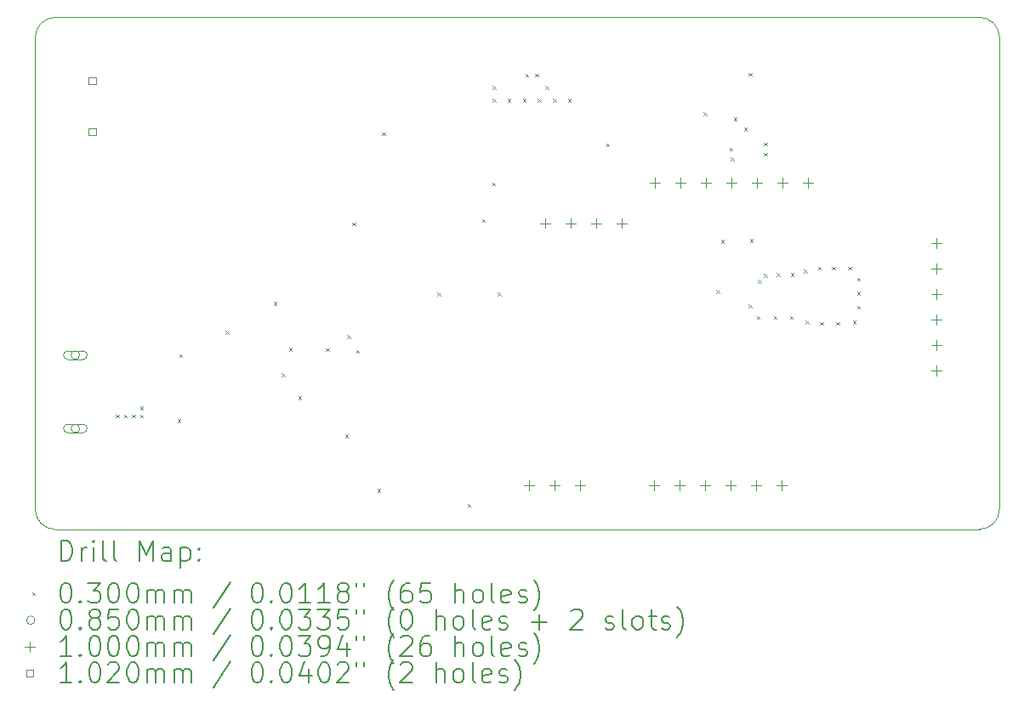
<source format=gbr>
%TF.GenerationSoftware,KiCad,Pcbnew,8.0.7*%
%TF.CreationDate,2025-02-09T15:31:50-05:00*%
%TF.ProjectId,ATTiny_416_Sensor_Board,41545469-6e79-45f3-9431-365f53656e73,rev?*%
%TF.SameCoordinates,Original*%
%TF.FileFunction,Drillmap*%
%TF.FilePolarity,Positive*%
%FSLAX45Y45*%
G04 Gerber Fmt 4.5, Leading zero omitted, Abs format (unit mm)*
G04 Created by KiCad (PCBNEW 8.0.7) date 2025-02-09 15:31:50*
%MOMM*%
%LPD*%
G01*
G04 APERTURE LIST*
%ADD10C,0.050000*%
%ADD11C,0.200000*%
%ADD12C,0.100000*%
%ADD13C,0.102000*%
G04 APERTURE END LIST*
D10*
X11204250Y-12097450D02*
G75*
G02*
X11004250Y-11897450I0J200000D01*
G01*
X11004250Y-7197450D02*
G75*
G02*
X11204250Y-6997450I200000J0D01*
G01*
X20404250Y-6997450D02*
G75*
G02*
X20604250Y-7197450I0J-200000D01*
G01*
X20604250Y-11897450D02*
G75*
G02*
X20404250Y-12097450I-200000J0D01*
G01*
X20404250Y-12097450D02*
X11204250Y-12097450D01*
X11204250Y-6997450D02*
X20404250Y-6997450D01*
X11004250Y-11897450D02*
X11004250Y-7197450D01*
X20604250Y-7197450D02*
X20604250Y-11897450D01*
D11*
D12*
X11809250Y-10952450D02*
X11839250Y-10982450D01*
X11839250Y-10952450D02*
X11809250Y-10982450D01*
X11889250Y-10952450D02*
X11919250Y-10982450D01*
X11919250Y-10952450D02*
X11889250Y-10982450D01*
X11969250Y-10952450D02*
X11999250Y-10982450D01*
X11999250Y-10952450D02*
X11969250Y-10982450D01*
X12049250Y-10872450D02*
X12079250Y-10902450D01*
X12079250Y-10872450D02*
X12049250Y-10902450D01*
X12049250Y-10952450D02*
X12079250Y-10982450D01*
X12079250Y-10952450D02*
X12049250Y-10982450D01*
X12419250Y-11002450D02*
X12449250Y-11032450D01*
X12449250Y-11002450D02*
X12419250Y-11032450D01*
X12439250Y-10352450D02*
X12469250Y-10382450D01*
X12469250Y-10352450D02*
X12439250Y-10382450D01*
X12899250Y-10122450D02*
X12929250Y-10152450D01*
X12929250Y-10122450D02*
X12899250Y-10152450D01*
X13379250Y-9832450D02*
X13409250Y-9862450D01*
X13409250Y-9832450D02*
X13379250Y-9862450D01*
X13459250Y-10542450D02*
X13489250Y-10572450D01*
X13489250Y-10542450D02*
X13459250Y-10572450D01*
X13528546Y-10288184D02*
X13558546Y-10318184D01*
X13558546Y-10288184D02*
X13528546Y-10318184D01*
X13622500Y-10770450D02*
X13652500Y-10800450D01*
X13652500Y-10770450D02*
X13622500Y-10800450D01*
X13899250Y-10292450D02*
X13929250Y-10322450D01*
X13929250Y-10292450D02*
X13899250Y-10322450D01*
X14089250Y-11152450D02*
X14119250Y-11182450D01*
X14119250Y-11152450D02*
X14089250Y-11182450D01*
X14109250Y-10162450D02*
X14139250Y-10192450D01*
X14139250Y-10162450D02*
X14109250Y-10192450D01*
X14159975Y-9039975D02*
X14189975Y-9069975D01*
X14189975Y-9039975D02*
X14159975Y-9069975D01*
X14199250Y-10312450D02*
X14229250Y-10342450D01*
X14229250Y-10312450D02*
X14199250Y-10342450D01*
X14410000Y-11694950D02*
X14440000Y-11724950D01*
X14440000Y-11694950D02*
X14410000Y-11724950D01*
X14457500Y-8142450D02*
X14487500Y-8172450D01*
X14487500Y-8142450D02*
X14457500Y-8172450D01*
X15007500Y-9741450D02*
X15037500Y-9771450D01*
X15037500Y-9741450D02*
X15007500Y-9771450D01*
X15310000Y-11844950D02*
X15340000Y-11874950D01*
X15340000Y-11844950D02*
X15310000Y-11874950D01*
X15452500Y-9007500D02*
X15482500Y-9037500D01*
X15482500Y-9007500D02*
X15452500Y-9037500D01*
X15552500Y-8642450D02*
X15582500Y-8672450D01*
X15582500Y-8642450D02*
X15552500Y-8672450D01*
X15557500Y-7682450D02*
X15587500Y-7712450D01*
X15587500Y-7682450D02*
X15557500Y-7712450D01*
X15557500Y-7807450D02*
X15587500Y-7837450D01*
X15587500Y-7807450D02*
X15557500Y-7837450D01*
X15607500Y-9741450D02*
X15637500Y-9771450D01*
X15637500Y-9741450D02*
X15607500Y-9771450D01*
X15707500Y-7807450D02*
X15737500Y-7837450D01*
X15737500Y-7807450D02*
X15707500Y-7837450D01*
X15857500Y-7807450D02*
X15887500Y-7837450D01*
X15887500Y-7807450D02*
X15857500Y-7837450D01*
X15882500Y-7557450D02*
X15912500Y-7587450D01*
X15912500Y-7557450D02*
X15882500Y-7587450D01*
X15982500Y-7557450D02*
X16012500Y-7587450D01*
X16012500Y-7557450D02*
X15982500Y-7587450D01*
X16007500Y-7807450D02*
X16037500Y-7837450D01*
X16037500Y-7807450D02*
X16007500Y-7837450D01*
X16082500Y-7682450D02*
X16112500Y-7712450D01*
X16112500Y-7682450D02*
X16082500Y-7712450D01*
X16157500Y-7807450D02*
X16187500Y-7837450D01*
X16187500Y-7807450D02*
X16157500Y-7837450D01*
X16307500Y-7807450D02*
X16337500Y-7837450D01*
X16337500Y-7807450D02*
X16307500Y-7837450D01*
X16690000Y-8254950D02*
X16720000Y-8284950D01*
X16720000Y-8254950D02*
X16690000Y-8284950D01*
X17660000Y-7944950D02*
X17690000Y-7974950D01*
X17690000Y-7944950D02*
X17660000Y-7974950D01*
X17785000Y-9714950D02*
X17815000Y-9744950D01*
X17815000Y-9714950D02*
X17785000Y-9744950D01*
X17830000Y-9214950D02*
X17860000Y-9244950D01*
X17860000Y-9214950D02*
X17830000Y-9244950D01*
X17917500Y-8294950D02*
X17947500Y-8324950D01*
X17947500Y-8294950D02*
X17917500Y-8324950D01*
X17927500Y-8392450D02*
X17957500Y-8422450D01*
X17957500Y-8392450D02*
X17927500Y-8422450D01*
X17960000Y-7994950D02*
X17990000Y-8024950D01*
X17990000Y-7994950D02*
X17960000Y-8024950D01*
X18060000Y-8094950D02*
X18090000Y-8124950D01*
X18090000Y-8094950D02*
X18060000Y-8124950D01*
X18107500Y-7552450D02*
X18137500Y-7582450D01*
X18137500Y-7552450D02*
X18107500Y-7582450D01*
X18108000Y-9857450D02*
X18138000Y-9887450D01*
X18138000Y-9857450D02*
X18108000Y-9887450D01*
X18120000Y-9204950D02*
X18150000Y-9234950D01*
X18150000Y-9204950D02*
X18120000Y-9234950D01*
X18187500Y-9972450D02*
X18217500Y-10002450D01*
X18217500Y-9972450D02*
X18187500Y-10002450D01*
X18197500Y-9612450D02*
X18227500Y-9642450D01*
X18227500Y-9612450D02*
X18197500Y-9642450D01*
X18257500Y-9552450D02*
X18287500Y-9582450D01*
X18287500Y-9552450D02*
X18257500Y-9582450D01*
X18260000Y-8244950D02*
X18290000Y-8274950D01*
X18290000Y-8244950D02*
X18260000Y-8274950D01*
X18260000Y-8344950D02*
X18290000Y-8374950D01*
X18290000Y-8344950D02*
X18260000Y-8374950D01*
X18357500Y-9972450D02*
X18387500Y-10002450D01*
X18387500Y-9972450D02*
X18357500Y-10002450D01*
X18387500Y-9542450D02*
X18417500Y-9572450D01*
X18417500Y-9542450D02*
X18387500Y-9572450D01*
X18517500Y-9972450D02*
X18547500Y-10002450D01*
X18547500Y-9972450D02*
X18517500Y-10002450D01*
X18527500Y-9542450D02*
X18557500Y-9572450D01*
X18557500Y-9542450D02*
X18527500Y-9572450D01*
X18657500Y-9512450D02*
X18687500Y-9542450D01*
X18687500Y-9512450D02*
X18657500Y-9542450D01*
X18672500Y-10017450D02*
X18702500Y-10047450D01*
X18702500Y-10017450D02*
X18672500Y-10047450D01*
X18797500Y-9482450D02*
X18827500Y-9512450D01*
X18827500Y-9482450D02*
X18797500Y-9512450D01*
X18817500Y-10032450D02*
X18847500Y-10062450D01*
X18847500Y-10032450D02*
X18817500Y-10062450D01*
X18937500Y-9482450D02*
X18967500Y-9512450D01*
X18967500Y-9482450D02*
X18937500Y-9512450D01*
X18977500Y-10032450D02*
X19007500Y-10062450D01*
X19007500Y-10032450D02*
X18977500Y-10062450D01*
X19097500Y-9482450D02*
X19127500Y-9512450D01*
X19127500Y-9482450D02*
X19097500Y-9512450D01*
X19142500Y-10017450D02*
X19172500Y-10047450D01*
X19172500Y-10017450D02*
X19142500Y-10047450D01*
X19187500Y-9592450D02*
X19217500Y-9622450D01*
X19217500Y-9592450D02*
X19187500Y-9622450D01*
X19187500Y-9732450D02*
X19217500Y-9762450D01*
X19217500Y-9732450D02*
X19187500Y-9762450D01*
X19187500Y-9872450D02*
X19217500Y-9902450D01*
X19217500Y-9872450D02*
X19187500Y-9902450D01*
X11446750Y-10362450D02*
G75*
G02*
X11361750Y-10362450I-42500J0D01*
G01*
X11361750Y-10362450D02*
G75*
G02*
X11446750Y-10362450I42500J0D01*
G01*
X11479250Y-10319950D02*
X11329250Y-10319950D01*
X11329250Y-10404950D02*
G75*
G02*
X11329250Y-10319950I0J42500D01*
G01*
X11329250Y-10404950D02*
X11479250Y-10404950D01*
X11479250Y-10404950D02*
G75*
G03*
X11479250Y-10319950I0J42500D01*
G01*
X11446750Y-11092450D02*
G75*
G02*
X11361750Y-11092450I-42500J0D01*
G01*
X11361750Y-11092450D02*
G75*
G02*
X11446750Y-11092450I42500J0D01*
G01*
X11479250Y-11049950D02*
X11329250Y-11049950D01*
X11329250Y-11134950D02*
G75*
G02*
X11329250Y-11049950I0J42500D01*
G01*
X11329250Y-11134950D02*
X11479250Y-11134950D01*
X11479250Y-11134950D02*
G75*
G03*
X11479250Y-11049950I0J42500D01*
G01*
X15917000Y-11609950D02*
X15917000Y-11709950D01*
X15867000Y-11659950D02*
X15967000Y-11659950D01*
X16080500Y-8997450D02*
X16080500Y-9097450D01*
X16030500Y-9047450D02*
X16130500Y-9047450D01*
X16171000Y-11609950D02*
X16171000Y-11709950D01*
X16121000Y-11659950D02*
X16221000Y-11659950D01*
X16334500Y-8997450D02*
X16334500Y-9097450D01*
X16284500Y-9047450D02*
X16384500Y-9047450D01*
X16425000Y-11609950D02*
X16425000Y-11709950D01*
X16375000Y-11659950D02*
X16475000Y-11659950D01*
X16588500Y-8997450D02*
X16588500Y-9097450D01*
X16538500Y-9047450D02*
X16638500Y-9047450D01*
X16842500Y-8997450D02*
X16842500Y-9097450D01*
X16792500Y-9047450D02*
X16892500Y-9047450D01*
X17164500Y-11607450D02*
X17164500Y-11707450D01*
X17114500Y-11657450D02*
X17214500Y-11657450D01*
X17172500Y-8597450D02*
X17172500Y-8697450D01*
X17122500Y-8647450D02*
X17222500Y-8647450D01*
X17418500Y-11607450D02*
X17418500Y-11707450D01*
X17368500Y-11657450D02*
X17468500Y-11657450D01*
X17426500Y-8597450D02*
X17426500Y-8697450D01*
X17376500Y-8647450D02*
X17476500Y-8647450D01*
X17672500Y-11607450D02*
X17672500Y-11707450D01*
X17622500Y-11657450D02*
X17722500Y-11657450D01*
X17680500Y-8597450D02*
X17680500Y-8697450D01*
X17630500Y-8647450D02*
X17730500Y-8647450D01*
X17926500Y-11607450D02*
X17926500Y-11707450D01*
X17876500Y-11657450D02*
X17976500Y-11657450D01*
X17934500Y-8597450D02*
X17934500Y-8697450D01*
X17884500Y-8647450D02*
X17984500Y-8647450D01*
X18180500Y-11607450D02*
X18180500Y-11707450D01*
X18130500Y-11657450D02*
X18230500Y-11657450D01*
X18188500Y-8597450D02*
X18188500Y-8697450D01*
X18138500Y-8647450D02*
X18238500Y-8647450D01*
X18434500Y-11607450D02*
X18434500Y-11707450D01*
X18384500Y-11657450D02*
X18484500Y-11657450D01*
X18442500Y-8597450D02*
X18442500Y-8697450D01*
X18392500Y-8647450D02*
X18492500Y-8647450D01*
X18696500Y-8597450D02*
X18696500Y-8697450D01*
X18646500Y-8647450D02*
X18746500Y-8647450D01*
X19972500Y-9199450D02*
X19972500Y-9299450D01*
X19922500Y-9249450D02*
X20022500Y-9249450D01*
X19972500Y-9453450D02*
X19972500Y-9553450D01*
X19922500Y-9503450D02*
X20022500Y-9503450D01*
X19972500Y-9707450D02*
X19972500Y-9807450D01*
X19922500Y-9757450D02*
X20022500Y-9757450D01*
X19972500Y-9961450D02*
X19972500Y-10061450D01*
X19922500Y-10011450D02*
X20022500Y-10011450D01*
X19972500Y-10215450D02*
X19972500Y-10315450D01*
X19922500Y-10265450D02*
X20022500Y-10265450D01*
X19972500Y-10469450D02*
X19972500Y-10569450D01*
X19922500Y-10519450D02*
X20022500Y-10519450D01*
D13*
X11608563Y-7665513D02*
X11608563Y-7593387D01*
X11536437Y-7593387D01*
X11536437Y-7665513D01*
X11608563Y-7665513D01*
X11608563Y-8173513D02*
X11608563Y-8101387D01*
X11536437Y-8101387D01*
X11536437Y-8173513D01*
X11608563Y-8173513D01*
D11*
X11262527Y-12411434D02*
X11262527Y-12211434D01*
X11262527Y-12211434D02*
X11310146Y-12211434D01*
X11310146Y-12211434D02*
X11338717Y-12220958D01*
X11338717Y-12220958D02*
X11357765Y-12240005D01*
X11357765Y-12240005D02*
X11367289Y-12259053D01*
X11367289Y-12259053D02*
X11376812Y-12297148D01*
X11376812Y-12297148D02*
X11376812Y-12325719D01*
X11376812Y-12325719D02*
X11367289Y-12363815D01*
X11367289Y-12363815D02*
X11357765Y-12382862D01*
X11357765Y-12382862D02*
X11338717Y-12401910D01*
X11338717Y-12401910D02*
X11310146Y-12411434D01*
X11310146Y-12411434D02*
X11262527Y-12411434D01*
X11462527Y-12411434D02*
X11462527Y-12278100D01*
X11462527Y-12316196D02*
X11472051Y-12297148D01*
X11472051Y-12297148D02*
X11481574Y-12287624D01*
X11481574Y-12287624D02*
X11500622Y-12278100D01*
X11500622Y-12278100D02*
X11519670Y-12278100D01*
X11586336Y-12411434D02*
X11586336Y-12278100D01*
X11586336Y-12211434D02*
X11576812Y-12220958D01*
X11576812Y-12220958D02*
X11586336Y-12230481D01*
X11586336Y-12230481D02*
X11595860Y-12220958D01*
X11595860Y-12220958D02*
X11586336Y-12211434D01*
X11586336Y-12211434D02*
X11586336Y-12230481D01*
X11710146Y-12411434D02*
X11691098Y-12401910D01*
X11691098Y-12401910D02*
X11681574Y-12382862D01*
X11681574Y-12382862D02*
X11681574Y-12211434D01*
X11814908Y-12411434D02*
X11795860Y-12401910D01*
X11795860Y-12401910D02*
X11786336Y-12382862D01*
X11786336Y-12382862D02*
X11786336Y-12211434D01*
X12043479Y-12411434D02*
X12043479Y-12211434D01*
X12043479Y-12211434D02*
X12110146Y-12354291D01*
X12110146Y-12354291D02*
X12176812Y-12211434D01*
X12176812Y-12211434D02*
X12176812Y-12411434D01*
X12357765Y-12411434D02*
X12357765Y-12306672D01*
X12357765Y-12306672D02*
X12348241Y-12287624D01*
X12348241Y-12287624D02*
X12329193Y-12278100D01*
X12329193Y-12278100D02*
X12291098Y-12278100D01*
X12291098Y-12278100D02*
X12272051Y-12287624D01*
X12357765Y-12401910D02*
X12338717Y-12411434D01*
X12338717Y-12411434D02*
X12291098Y-12411434D01*
X12291098Y-12411434D02*
X12272051Y-12401910D01*
X12272051Y-12401910D02*
X12262527Y-12382862D01*
X12262527Y-12382862D02*
X12262527Y-12363815D01*
X12262527Y-12363815D02*
X12272051Y-12344767D01*
X12272051Y-12344767D02*
X12291098Y-12335243D01*
X12291098Y-12335243D02*
X12338717Y-12335243D01*
X12338717Y-12335243D02*
X12357765Y-12325719D01*
X12453003Y-12278100D02*
X12453003Y-12478100D01*
X12453003Y-12287624D02*
X12472051Y-12278100D01*
X12472051Y-12278100D02*
X12510146Y-12278100D01*
X12510146Y-12278100D02*
X12529193Y-12287624D01*
X12529193Y-12287624D02*
X12538717Y-12297148D01*
X12538717Y-12297148D02*
X12548241Y-12316196D01*
X12548241Y-12316196D02*
X12548241Y-12373338D01*
X12548241Y-12373338D02*
X12538717Y-12392386D01*
X12538717Y-12392386D02*
X12529193Y-12401910D01*
X12529193Y-12401910D02*
X12510146Y-12411434D01*
X12510146Y-12411434D02*
X12472051Y-12411434D01*
X12472051Y-12411434D02*
X12453003Y-12401910D01*
X12633955Y-12392386D02*
X12643479Y-12401910D01*
X12643479Y-12401910D02*
X12633955Y-12411434D01*
X12633955Y-12411434D02*
X12624432Y-12401910D01*
X12624432Y-12401910D02*
X12633955Y-12392386D01*
X12633955Y-12392386D02*
X12633955Y-12411434D01*
X12633955Y-12287624D02*
X12643479Y-12297148D01*
X12643479Y-12297148D02*
X12633955Y-12306672D01*
X12633955Y-12306672D02*
X12624432Y-12297148D01*
X12624432Y-12297148D02*
X12633955Y-12287624D01*
X12633955Y-12287624D02*
X12633955Y-12306672D01*
D12*
X10971750Y-12724950D02*
X11001750Y-12754950D01*
X11001750Y-12724950D02*
X10971750Y-12754950D01*
D11*
X11300622Y-12631434D02*
X11319670Y-12631434D01*
X11319670Y-12631434D02*
X11338717Y-12640958D01*
X11338717Y-12640958D02*
X11348241Y-12650481D01*
X11348241Y-12650481D02*
X11357765Y-12669529D01*
X11357765Y-12669529D02*
X11367289Y-12707624D01*
X11367289Y-12707624D02*
X11367289Y-12755243D01*
X11367289Y-12755243D02*
X11357765Y-12793338D01*
X11357765Y-12793338D02*
X11348241Y-12812386D01*
X11348241Y-12812386D02*
X11338717Y-12821910D01*
X11338717Y-12821910D02*
X11319670Y-12831434D01*
X11319670Y-12831434D02*
X11300622Y-12831434D01*
X11300622Y-12831434D02*
X11281574Y-12821910D01*
X11281574Y-12821910D02*
X11272051Y-12812386D01*
X11272051Y-12812386D02*
X11262527Y-12793338D01*
X11262527Y-12793338D02*
X11253003Y-12755243D01*
X11253003Y-12755243D02*
X11253003Y-12707624D01*
X11253003Y-12707624D02*
X11262527Y-12669529D01*
X11262527Y-12669529D02*
X11272051Y-12650481D01*
X11272051Y-12650481D02*
X11281574Y-12640958D01*
X11281574Y-12640958D02*
X11300622Y-12631434D01*
X11453003Y-12812386D02*
X11462527Y-12821910D01*
X11462527Y-12821910D02*
X11453003Y-12831434D01*
X11453003Y-12831434D02*
X11443479Y-12821910D01*
X11443479Y-12821910D02*
X11453003Y-12812386D01*
X11453003Y-12812386D02*
X11453003Y-12831434D01*
X11529193Y-12631434D02*
X11653003Y-12631434D01*
X11653003Y-12631434D02*
X11586336Y-12707624D01*
X11586336Y-12707624D02*
X11614908Y-12707624D01*
X11614908Y-12707624D02*
X11633955Y-12717148D01*
X11633955Y-12717148D02*
X11643479Y-12726672D01*
X11643479Y-12726672D02*
X11653003Y-12745719D01*
X11653003Y-12745719D02*
X11653003Y-12793338D01*
X11653003Y-12793338D02*
X11643479Y-12812386D01*
X11643479Y-12812386D02*
X11633955Y-12821910D01*
X11633955Y-12821910D02*
X11614908Y-12831434D01*
X11614908Y-12831434D02*
X11557765Y-12831434D01*
X11557765Y-12831434D02*
X11538717Y-12821910D01*
X11538717Y-12821910D02*
X11529193Y-12812386D01*
X11776812Y-12631434D02*
X11795860Y-12631434D01*
X11795860Y-12631434D02*
X11814908Y-12640958D01*
X11814908Y-12640958D02*
X11824432Y-12650481D01*
X11824432Y-12650481D02*
X11833955Y-12669529D01*
X11833955Y-12669529D02*
X11843479Y-12707624D01*
X11843479Y-12707624D02*
X11843479Y-12755243D01*
X11843479Y-12755243D02*
X11833955Y-12793338D01*
X11833955Y-12793338D02*
X11824432Y-12812386D01*
X11824432Y-12812386D02*
X11814908Y-12821910D01*
X11814908Y-12821910D02*
X11795860Y-12831434D01*
X11795860Y-12831434D02*
X11776812Y-12831434D01*
X11776812Y-12831434D02*
X11757765Y-12821910D01*
X11757765Y-12821910D02*
X11748241Y-12812386D01*
X11748241Y-12812386D02*
X11738717Y-12793338D01*
X11738717Y-12793338D02*
X11729193Y-12755243D01*
X11729193Y-12755243D02*
X11729193Y-12707624D01*
X11729193Y-12707624D02*
X11738717Y-12669529D01*
X11738717Y-12669529D02*
X11748241Y-12650481D01*
X11748241Y-12650481D02*
X11757765Y-12640958D01*
X11757765Y-12640958D02*
X11776812Y-12631434D01*
X11967289Y-12631434D02*
X11986336Y-12631434D01*
X11986336Y-12631434D02*
X12005384Y-12640958D01*
X12005384Y-12640958D02*
X12014908Y-12650481D01*
X12014908Y-12650481D02*
X12024432Y-12669529D01*
X12024432Y-12669529D02*
X12033955Y-12707624D01*
X12033955Y-12707624D02*
X12033955Y-12755243D01*
X12033955Y-12755243D02*
X12024432Y-12793338D01*
X12024432Y-12793338D02*
X12014908Y-12812386D01*
X12014908Y-12812386D02*
X12005384Y-12821910D01*
X12005384Y-12821910D02*
X11986336Y-12831434D01*
X11986336Y-12831434D02*
X11967289Y-12831434D01*
X11967289Y-12831434D02*
X11948241Y-12821910D01*
X11948241Y-12821910D02*
X11938717Y-12812386D01*
X11938717Y-12812386D02*
X11929193Y-12793338D01*
X11929193Y-12793338D02*
X11919670Y-12755243D01*
X11919670Y-12755243D02*
X11919670Y-12707624D01*
X11919670Y-12707624D02*
X11929193Y-12669529D01*
X11929193Y-12669529D02*
X11938717Y-12650481D01*
X11938717Y-12650481D02*
X11948241Y-12640958D01*
X11948241Y-12640958D02*
X11967289Y-12631434D01*
X12119670Y-12831434D02*
X12119670Y-12698100D01*
X12119670Y-12717148D02*
X12129193Y-12707624D01*
X12129193Y-12707624D02*
X12148241Y-12698100D01*
X12148241Y-12698100D02*
X12176813Y-12698100D01*
X12176813Y-12698100D02*
X12195860Y-12707624D01*
X12195860Y-12707624D02*
X12205384Y-12726672D01*
X12205384Y-12726672D02*
X12205384Y-12831434D01*
X12205384Y-12726672D02*
X12214908Y-12707624D01*
X12214908Y-12707624D02*
X12233955Y-12698100D01*
X12233955Y-12698100D02*
X12262527Y-12698100D01*
X12262527Y-12698100D02*
X12281574Y-12707624D01*
X12281574Y-12707624D02*
X12291098Y-12726672D01*
X12291098Y-12726672D02*
X12291098Y-12831434D01*
X12386336Y-12831434D02*
X12386336Y-12698100D01*
X12386336Y-12717148D02*
X12395860Y-12707624D01*
X12395860Y-12707624D02*
X12414908Y-12698100D01*
X12414908Y-12698100D02*
X12443479Y-12698100D01*
X12443479Y-12698100D02*
X12462527Y-12707624D01*
X12462527Y-12707624D02*
X12472051Y-12726672D01*
X12472051Y-12726672D02*
X12472051Y-12831434D01*
X12472051Y-12726672D02*
X12481574Y-12707624D01*
X12481574Y-12707624D02*
X12500622Y-12698100D01*
X12500622Y-12698100D02*
X12529193Y-12698100D01*
X12529193Y-12698100D02*
X12548241Y-12707624D01*
X12548241Y-12707624D02*
X12557765Y-12726672D01*
X12557765Y-12726672D02*
X12557765Y-12831434D01*
X12948241Y-12621910D02*
X12776813Y-12879053D01*
X13205384Y-12631434D02*
X13224432Y-12631434D01*
X13224432Y-12631434D02*
X13243479Y-12640958D01*
X13243479Y-12640958D02*
X13253003Y-12650481D01*
X13253003Y-12650481D02*
X13262527Y-12669529D01*
X13262527Y-12669529D02*
X13272051Y-12707624D01*
X13272051Y-12707624D02*
X13272051Y-12755243D01*
X13272051Y-12755243D02*
X13262527Y-12793338D01*
X13262527Y-12793338D02*
X13253003Y-12812386D01*
X13253003Y-12812386D02*
X13243479Y-12821910D01*
X13243479Y-12821910D02*
X13224432Y-12831434D01*
X13224432Y-12831434D02*
X13205384Y-12831434D01*
X13205384Y-12831434D02*
X13186336Y-12821910D01*
X13186336Y-12821910D02*
X13176813Y-12812386D01*
X13176813Y-12812386D02*
X13167289Y-12793338D01*
X13167289Y-12793338D02*
X13157765Y-12755243D01*
X13157765Y-12755243D02*
X13157765Y-12707624D01*
X13157765Y-12707624D02*
X13167289Y-12669529D01*
X13167289Y-12669529D02*
X13176813Y-12650481D01*
X13176813Y-12650481D02*
X13186336Y-12640958D01*
X13186336Y-12640958D02*
X13205384Y-12631434D01*
X13357765Y-12812386D02*
X13367289Y-12821910D01*
X13367289Y-12821910D02*
X13357765Y-12831434D01*
X13357765Y-12831434D02*
X13348241Y-12821910D01*
X13348241Y-12821910D02*
X13357765Y-12812386D01*
X13357765Y-12812386D02*
X13357765Y-12831434D01*
X13491098Y-12631434D02*
X13510146Y-12631434D01*
X13510146Y-12631434D02*
X13529194Y-12640958D01*
X13529194Y-12640958D02*
X13538717Y-12650481D01*
X13538717Y-12650481D02*
X13548241Y-12669529D01*
X13548241Y-12669529D02*
X13557765Y-12707624D01*
X13557765Y-12707624D02*
X13557765Y-12755243D01*
X13557765Y-12755243D02*
X13548241Y-12793338D01*
X13548241Y-12793338D02*
X13538717Y-12812386D01*
X13538717Y-12812386D02*
X13529194Y-12821910D01*
X13529194Y-12821910D02*
X13510146Y-12831434D01*
X13510146Y-12831434D02*
X13491098Y-12831434D01*
X13491098Y-12831434D02*
X13472051Y-12821910D01*
X13472051Y-12821910D02*
X13462527Y-12812386D01*
X13462527Y-12812386D02*
X13453003Y-12793338D01*
X13453003Y-12793338D02*
X13443479Y-12755243D01*
X13443479Y-12755243D02*
X13443479Y-12707624D01*
X13443479Y-12707624D02*
X13453003Y-12669529D01*
X13453003Y-12669529D02*
X13462527Y-12650481D01*
X13462527Y-12650481D02*
X13472051Y-12640958D01*
X13472051Y-12640958D02*
X13491098Y-12631434D01*
X13748241Y-12831434D02*
X13633956Y-12831434D01*
X13691098Y-12831434D02*
X13691098Y-12631434D01*
X13691098Y-12631434D02*
X13672051Y-12660005D01*
X13672051Y-12660005D02*
X13653003Y-12679053D01*
X13653003Y-12679053D02*
X13633956Y-12688577D01*
X13938717Y-12831434D02*
X13824432Y-12831434D01*
X13881575Y-12831434D02*
X13881575Y-12631434D01*
X13881575Y-12631434D02*
X13862527Y-12660005D01*
X13862527Y-12660005D02*
X13843479Y-12679053D01*
X13843479Y-12679053D02*
X13824432Y-12688577D01*
X14053003Y-12717148D02*
X14033956Y-12707624D01*
X14033956Y-12707624D02*
X14024432Y-12698100D01*
X14024432Y-12698100D02*
X14014908Y-12679053D01*
X14014908Y-12679053D02*
X14014908Y-12669529D01*
X14014908Y-12669529D02*
X14024432Y-12650481D01*
X14024432Y-12650481D02*
X14033956Y-12640958D01*
X14033956Y-12640958D02*
X14053003Y-12631434D01*
X14053003Y-12631434D02*
X14091098Y-12631434D01*
X14091098Y-12631434D02*
X14110146Y-12640958D01*
X14110146Y-12640958D02*
X14119670Y-12650481D01*
X14119670Y-12650481D02*
X14129194Y-12669529D01*
X14129194Y-12669529D02*
X14129194Y-12679053D01*
X14129194Y-12679053D02*
X14119670Y-12698100D01*
X14119670Y-12698100D02*
X14110146Y-12707624D01*
X14110146Y-12707624D02*
X14091098Y-12717148D01*
X14091098Y-12717148D02*
X14053003Y-12717148D01*
X14053003Y-12717148D02*
X14033956Y-12726672D01*
X14033956Y-12726672D02*
X14024432Y-12736196D01*
X14024432Y-12736196D02*
X14014908Y-12755243D01*
X14014908Y-12755243D02*
X14014908Y-12793338D01*
X14014908Y-12793338D02*
X14024432Y-12812386D01*
X14024432Y-12812386D02*
X14033956Y-12821910D01*
X14033956Y-12821910D02*
X14053003Y-12831434D01*
X14053003Y-12831434D02*
X14091098Y-12831434D01*
X14091098Y-12831434D02*
X14110146Y-12821910D01*
X14110146Y-12821910D02*
X14119670Y-12812386D01*
X14119670Y-12812386D02*
X14129194Y-12793338D01*
X14129194Y-12793338D02*
X14129194Y-12755243D01*
X14129194Y-12755243D02*
X14119670Y-12736196D01*
X14119670Y-12736196D02*
X14110146Y-12726672D01*
X14110146Y-12726672D02*
X14091098Y-12717148D01*
X14205384Y-12631434D02*
X14205384Y-12669529D01*
X14281575Y-12631434D02*
X14281575Y-12669529D01*
X14576813Y-12907624D02*
X14567289Y-12898100D01*
X14567289Y-12898100D02*
X14548241Y-12869529D01*
X14548241Y-12869529D02*
X14538718Y-12850481D01*
X14538718Y-12850481D02*
X14529194Y-12821910D01*
X14529194Y-12821910D02*
X14519670Y-12774291D01*
X14519670Y-12774291D02*
X14519670Y-12736196D01*
X14519670Y-12736196D02*
X14529194Y-12688577D01*
X14529194Y-12688577D02*
X14538718Y-12660005D01*
X14538718Y-12660005D02*
X14548241Y-12640958D01*
X14548241Y-12640958D02*
X14567289Y-12612386D01*
X14567289Y-12612386D02*
X14576813Y-12602862D01*
X14738718Y-12631434D02*
X14700622Y-12631434D01*
X14700622Y-12631434D02*
X14681575Y-12640958D01*
X14681575Y-12640958D02*
X14672051Y-12650481D01*
X14672051Y-12650481D02*
X14653003Y-12679053D01*
X14653003Y-12679053D02*
X14643479Y-12717148D01*
X14643479Y-12717148D02*
X14643479Y-12793338D01*
X14643479Y-12793338D02*
X14653003Y-12812386D01*
X14653003Y-12812386D02*
X14662527Y-12821910D01*
X14662527Y-12821910D02*
X14681575Y-12831434D01*
X14681575Y-12831434D02*
X14719670Y-12831434D01*
X14719670Y-12831434D02*
X14738718Y-12821910D01*
X14738718Y-12821910D02*
X14748241Y-12812386D01*
X14748241Y-12812386D02*
X14757765Y-12793338D01*
X14757765Y-12793338D02*
X14757765Y-12745719D01*
X14757765Y-12745719D02*
X14748241Y-12726672D01*
X14748241Y-12726672D02*
X14738718Y-12717148D01*
X14738718Y-12717148D02*
X14719670Y-12707624D01*
X14719670Y-12707624D02*
X14681575Y-12707624D01*
X14681575Y-12707624D02*
X14662527Y-12717148D01*
X14662527Y-12717148D02*
X14653003Y-12726672D01*
X14653003Y-12726672D02*
X14643479Y-12745719D01*
X14938718Y-12631434D02*
X14843479Y-12631434D01*
X14843479Y-12631434D02*
X14833956Y-12726672D01*
X14833956Y-12726672D02*
X14843479Y-12717148D01*
X14843479Y-12717148D02*
X14862527Y-12707624D01*
X14862527Y-12707624D02*
X14910146Y-12707624D01*
X14910146Y-12707624D02*
X14929194Y-12717148D01*
X14929194Y-12717148D02*
X14938718Y-12726672D01*
X14938718Y-12726672D02*
X14948241Y-12745719D01*
X14948241Y-12745719D02*
X14948241Y-12793338D01*
X14948241Y-12793338D02*
X14938718Y-12812386D01*
X14938718Y-12812386D02*
X14929194Y-12821910D01*
X14929194Y-12821910D02*
X14910146Y-12831434D01*
X14910146Y-12831434D02*
X14862527Y-12831434D01*
X14862527Y-12831434D02*
X14843479Y-12821910D01*
X14843479Y-12821910D02*
X14833956Y-12812386D01*
X15186337Y-12831434D02*
X15186337Y-12631434D01*
X15272051Y-12831434D02*
X15272051Y-12726672D01*
X15272051Y-12726672D02*
X15262527Y-12707624D01*
X15262527Y-12707624D02*
X15243480Y-12698100D01*
X15243480Y-12698100D02*
X15214908Y-12698100D01*
X15214908Y-12698100D02*
X15195860Y-12707624D01*
X15195860Y-12707624D02*
X15186337Y-12717148D01*
X15395860Y-12831434D02*
X15376813Y-12821910D01*
X15376813Y-12821910D02*
X15367289Y-12812386D01*
X15367289Y-12812386D02*
X15357765Y-12793338D01*
X15357765Y-12793338D02*
X15357765Y-12736196D01*
X15357765Y-12736196D02*
X15367289Y-12717148D01*
X15367289Y-12717148D02*
X15376813Y-12707624D01*
X15376813Y-12707624D02*
X15395860Y-12698100D01*
X15395860Y-12698100D02*
X15424432Y-12698100D01*
X15424432Y-12698100D02*
X15443480Y-12707624D01*
X15443480Y-12707624D02*
X15453003Y-12717148D01*
X15453003Y-12717148D02*
X15462527Y-12736196D01*
X15462527Y-12736196D02*
X15462527Y-12793338D01*
X15462527Y-12793338D02*
X15453003Y-12812386D01*
X15453003Y-12812386D02*
X15443480Y-12821910D01*
X15443480Y-12821910D02*
X15424432Y-12831434D01*
X15424432Y-12831434D02*
X15395860Y-12831434D01*
X15576813Y-12831434D02*
X15557765Y-12821910D01*
X15557765Y-12821910D02*
X15548241Y-12802862D01*
X15548241Y-12802862D02*
X15548241Y-12631434D01*
X15729194Y-12821910D02*
X15710146Y-12831434D01*
X15710146Y-12831434D02*
X15672051Y-12831434D01*
X15672051Y-12831434D02*
X15653003Y-12821910D01*
X15653003Y-12821910D02*
X15643480Y-12802862D01*
X15643480Y-12802862D02*
X15643480Y-12726672D01*
X15643480Y-12726672D02*
X15653003Y-12707624D01*
X15653003Y-12707624D02*
X15672051Y-12698100D01*
X15672051Y-12698100D02*
X15710146Y-12698100D01*
X15710146Y-12698100D02*
X15729194Y-12707624D01*
X15729194Y-12707624D02*
X15738718Y-12726672D01*
X15738718Y-12726672D02*
X15738718Y-12745719D01*
X15738718Y-12745719D02*
X15643480Y-12764767D01*
X15814908Y-12821910D02*
X15833956Y-12831434D01*
X15833956Y-12831434D02*
X15872051Y-12831434D01*
X15872051Y-12831434D02*
X15891099Y-12821910D01*
X15891099Y-12821910D02*
X15900622Y-12802862D01*
X15900622Y-12802862D02*
X15900622Y-12793338D01*
X15900622Y-12793338D02*
X15891099Y-12774291D01*
X15891099Y-12774291D02*
X15872051Y-12764767D01*
X15872051Y-12764767D02*
X15843480Y-12764767D01*
X15843480Y-12764767D02*
X15824432Y-12755243D01*
X15824432Y-12755243D02*
X15814908Y-12736196D01*
X15814908Y-12736196D02*
X15814908Y-12726672D01*
X15814908Y-12726672D02*
X15824432Y-12707624D01*
X15824432Y-12707624D02*
X15843480Y-12698100D01*
X15843480Y-12698100D02*
X15872051Y-12698100D01*
X15872051Y-12698100D02*
X15891099Y-12707624D01*
X15967289Y-12907624D02*
X15976813Y-12898100D01*
X15976813Y-12898100D02*
X15995861Y-12869529D01*
X15995861Y-12869529D02*
X16005384Y-12850481D01*
X16005384Y-12850481D02*
X16014908Y-12821910D01*
X16014908Y-12821910D02*
X16024432Y-12774291D01*
X16024432Y-12774291D02*
X16024432Y-12736196D01*
X16024432Y-12736196D02*
X16014908Y-12688577D01*
X16014908Y-12688577D02*
X16005384Y-12660005D01*
X16005384Y-12660005D02*
X15995861Y-12640958D01*
X15995861Y-12640958D02*
X15976813Y-12612386D01*
X15976813Y-12612386D02*
X15967289Y-12602862D01*
D12*
X11001750Y-13003950D02*
G75*
G02*
X10916750Y-13003950I-42500J0D01*
G01*
X10916750Y-13003950D02*
G75*
G02*
X11001750Y-13003950I42500J0D01*
G01*
D11*
X11300622Y-12895434D02*
X11319670Y-12895434D01*
X11319670Y-12895434D02*
X11338717Y-12904958D01*
X11338717Y-12904958D02*
X11348241Y-12914481D01*
X11348241Y-12914481D02*
X11357765Y-12933529D01*
X11357765Y-12933529D02*
X11367289Y-12971624D01*
X11367289Y-12971624D02*
X11367289Y-13019243D01*
X11367289Y-13019243D02*
X11357765Y-13057338D01*
X11357765Y-13057338D02*
X11348241Y-13076386D01*
X11348241Y-13076386D02*
X11338717Y-13085910D01*
X11338717Y-13085910D02*
X11319670Y-13095434D01*
X11319670Y-13095434D02*
X11300622Y-13095434D01*
X11300622Y-13095434D02*
X11281574Y-13085910D01*
X11281574Y-13085910D02*
X11272051Y-13076386D01*
X11272051Y-13076386D02*
X11262527Y-13057338D01*
X11262527Y-13057338D02*
X11253003Y-13019243D01*
X11253003Y-13019243D02*
X11253003Y-12971624D01*
X11253003Y-12971624D02*
X11262527Y-12933529D01*
X11262527Y-12933529D02*
X11272051Y-12914481D01*
X11272051Y-12914481D02*
X11281574Y-12904958D01*
X11281574Y-12904958D02*
X11300622Y-12895434D01*
X11453003Y-13076386D02*
X11462527Y-13085910D01*
X11462527Y-13085910D02*
X11453003Y-13095434D01*
X11453003Y-13095434D02*
X11443479Y-13085910D01*
X11443479Y-13085910D02*
X11453003Y-13076386D01*
X11453003Y-13076386D02*
X11453003Y-13095434D01*
X11576812Y-12981148D02*
X11557765Y-12971624D01*
X11557765Y-12971624D02*
X11548241Y-12962100D01*
X11548241Y-12962100D02*
X11538717Y-12943053D01*
X11538717Y-12943053D02*
X11538717Y-12933529D01*
X11538717Y-12933529D02*
X11548241Y-12914481D01*
X11548241Y-12914481D02*
X11557765Y-12904958D01*
X11557765Y-12904958D02*
X11576812Y-12895434D01*
X11576812Y-12895434D02*
X11614908Y-12895434D01*
X11614908Y-12895434D02*
X11633955Y-12904958D01*
X11633955Y-12904958D02*
X11643479Y-12914481D01*
X11643479Y-12914481D02*
X11653003Y-12933529D01*
X11653003Y-12933529D02*
X11653003Y-12943053D01*
X11653003Y-12943053D02*
X11643479Y-12962100D01*
X11643479Y-12962100D02*
X11633955Y-12971624D01*
X11633955Y-12971624D02*
X11614908Y-12981148D01*
X11614908Y-12981148D02*
X11576812Y-12981148D01*
X11576812Y-12981148D02*
X11557765Y-12990672D01*
X11557765Y-12990672D02*
X11548241Y-13000196D01*
X11548241Y-13000196D02*
X11538717Y-13019243D01*
X11538717Y-13019243D02*
X11538717Y-13057338D01*
X11538717Y-13057338D02*
X11548241Y-13076386D01*
X11548241Y-13076386D02*
X11557765Y-13085910D01*
X11557765Y-13085910D02*
X11576812Y-13095434D01*
X11576812Y-13095434D02*
X11614908Y-13095434D01*
X11614908Y-13095434D02*
X11633955Y-13085910D01*
X11633955Y-13085910D02*
X11643479Y-13076386D01*
X11643479Y-13076386D02*
X11653003Y-13057338D01*
X11653003Y-13057338D02*
X11653003Y-13019243D01*
X11653003Y-13019243D02*
X11643479Y-13000196D01*
X11643479Y-13000196D02*
X11633955Y-12990672D01*
X11633955Y-12990672D02*
X11614908Y-12981148D01*
X11833955Y-12895434D02*
X11738717Y-12895434D01*
X11738717Y-12895434D02*
X11729193Y-12990672D01*
X11729193Y-12990672D02*
X11738717Y-12981148D01*
X11738717Y-12981148D02*
X11757765Y-12971624D01*
X11757765Y-12971624D02*
X11805384Y-12971624D01*
X11805384Y-12971624D02*
X11824432Y-12981148D01*
X11824432Y-12981148D02*
X11833955Y-12990672D01*
X11833955Y-12990672D02*
X11843479Y-13009719D01*
X11843479Y-13009719D02*
X11843479Y-13057338D01*
X11843479Y-13057338D02*
X11833955Y-13076386D01*
X11833955Y-13076386D02*
X11824432Y-13085910D01*
X11824432Y-13085910D02*
X11805384Y-13095434D01*
X11805384Y-13095434D02*
X11757765Y-13095434D01*
X11757765Y-13095434D02*
X11738717Y-13085910D01*
X11738717Y-13085910D02*
X11729193Y-13076386D01*
X11967289Y-12895434D02*
X11986336Y-12895434D01*
X11986336Y-12895434D02*
X12005384Y-12904958D01*
X12005384Y-12904958D02*
X12014908Y-12914481D01*
X12014908Y-12914481D02*
X12024432Y-12933529D01*
X12024432Y-12933529D02*
X12033955Y-12971624D01*
X12033955Y-12971624D02*
X12033955Y-13019243D01*
X12033955Y-13019243D02*
X12024432Y-13057338D01*
X12024432Y-13057338D02*
X12014908Y-13076386D01*
X12014908Y-13076386D02*
X12005384Y-13085910D01*
X12005384Y-13085910D02*
X11986336Y-13095434D01*
X11986336Y-13095434D02*
X11967289Y-13095434D01*
X11967289Y-13095434D02*
X11948241Y-13085910D01*
X11948241Y-13085910D02*
X11938717Y-13076386D01*
X11938717Y-13076386D02*
X11929193Y-13057338D01*
X11929193Y-13057338D02*
X11919670Y-13019243D01*
X11919670Y-13019243D02*
X11919670Y-12971624D01*
X11919670Y-12971624D02*
X11929193Y-12933529D01*
X11929193Y-12933529D02*
X11938717Y-12914481D01*
X11938717Y-12914481D02*
X11948241Y-12904958D01*
X11948241Y-12904958D02*
X11967289Y-12895434D01*
X12119670Y-13095434D02*
X12119670Y-12962100D01*
X12119670Y-12981148D02*
X12129193Y-12971624D01*
X12129193Y-12971624D02*
X12148241Y-12962100D01*
X12148241Y-12962100D02*
X12176813Y-12962100D01*
X12176813Y-12962100D02*
X12195860Y-12971624D01*
X12195860Y-12971624D02*
X12205384Y-12990672D01*
X12205384Y-12990672D02*
X12205384Y-13095434D01*
X12205384Y-12990672D02*
X12214908Y-12971624D01*
X12214908Y-12971624D02*
X12233955Y-12962100D01*
X12233955Y-12962100D02*
X12262527Y-12962100D01*
X12262527Y-12962100D02*
X12281574Y-12971624D01*
X12281574Y-12971624D02*
X12291098Y-12990672D01*
X12291098Y-12990672D02*
X12291098Y-13095434D01*
X12386336Y-13095434D02*
X12386336Y-12962100D01*
X12386336Y-12981148D02*
X12395860Y-12971624D01*
X12395860Y-12971624D02*
X12414908Y-12962100D01*
X12414908Y-12962100D02*
X12443479Y-12962100D01*
X12443479Y-12962100D02*
X12462527Y-12971624D01*
X12462527Y-12971624D02*
X12472051Y-12990672D01*
X12472051Y-12990672D02*
X12472051Y-13095434D01*
X12472051Y-12990672D02*
X12481574Y-12971624D01*
X12481574Y-12971624D02*
X12500622Y-12962100D01*
X12500622Y-12962100D02*
X12529193Y-12962100D01*
X12529193Y-12962100D02*
X12548241Y-12971624D01*
X12548241Y-12971624D02*
X12557765Y-12990672D01*
X12557765Y-12990672D02*
X12557765Y-13095434D01*
X12948241Y-12885910D02*
X12776813Y-13143053D01*
X13205384Y-12895434D02*
X13224432Y-12895434D01*
X13224432Y-12895434D02*
X13243479Y-12904958D01*
X13243479Y-12904958D02*
X13253003Y-12914481D01*
X13253003Y-12914481D02*
X13262527Y-12933529D01*
X13262527Y-12933529D02*
X13272051Y-12971624D01*
X13272051Y-12971624D02*
X13272051Y-13019243D01*
X13272051Y-13019243D02*
X13262527Y-13057338D01*
X13262527Y-13057338D02*
X13253003Y-13076386D01*
X13253003Y-13076386D02*
X13243479Y-13085910D01*
X13243479Y-13085910D02*
X13224432Y-13095434D01*
X13224432Y-13095434D02*
X13205384Y-13095434D01*
X13205384Y-13095434D02*
X13186336Y-13085910D01*
X13186336Y-13085910D02*
X13176813Y-13076386D01*
X13176813Y-13076386D02*
X13167289Y-13057338D01*
X13167289Y-13057338D02*
X13157765Y-13019243D01*
X13157765Y-13019243D02*
X13157765Y-12971624D01*
X13157765Y-12971624D02*
X13167289Y-12933529D01*
X13167289Y-12933529D02*
X13176813Y-12914481D01*
X13176813Y-12914481D02*
X13186336Y-12904958D01*
X13186336Y-12904958D02*
X13205384Y-12895434D01*
X13357765Y-13076386D02*
X13367289Y-13085910D01*
X13367289Y-13085910D02*
X13357765Y-13095434D01*
X13357765Y-13095434D02*
X13348241Y-13085910D01*
X13348241Y-13085910D02*
X13357765Y-13076386D01*
X13357765Y-13076386D02*
X13357765Y-13095434D01*
X13491098Y-12895434D02*
X13510146Y-12895434D01*
X13510146Y-12895434D02*
X13529194Y-12904958D01*
X13529194Y-12904958D02*
X13538717Y-12914481D01*
X13538717Y-12914481D02*
X13548241Y-12933529D01*
X13548241Y-12933529D02*
X13557765Y-12971624D01*
X13557765Y-12971624D02*
X13557765Y-13019243D01*
X13557765Y-13019243D02*
X13548241Y-13057338D01*
X13548241Y-13057338D02*
X13538717Y-13076386D01*
X13538717Y-13076386D02*
X13529194Y-13085910D01*
X13529194Y-13085910D02*
X13510146Y-13095434D01*
X13510146Y-13095434D02*
X13491098Y-13095434D01*
X13491098Y-13095434D02*
X13472051Y-13085910D01*
X13472051Y-13085910D02*
X13462527Y-13076386D01*
X13462527Y-13076386D02*
X13453003Y-13057338D01*
X13453003Y-13057338D02*
X13443479Y-13019243D01*
X13443479Y-13019243D02*
X13443479Y-12971624D01*
X13443479Y-12971624D02*
X13453003Y-12933529D01*
X13453003Y-12933529D02*
X13462527Y-12914481D01*
X13462527Y-12914481D02*
X13472051Y-12904958D01*
X13472051Y-12904958D02*
X13491098Y-12895434D01*
X13624432Y-12895434D02*
X13748241Y-12895434D01*
X13748241Y-12895434D02*
X13681575Y-12971624D01*
X13681575Y-12971624D02*
X13710146Y-12971624D01*
X13710146Y-12971624D02*
X13729194Y-12981148D01*
X13729194Y-12981148D02*
X13738717Y-12990672D01*
X13738717Y-12990672D02*
X13748241Y-13009719D01*
X13748241Y-13009719D02*
X13748241Y-13057338D01*
X13748241Y-13057338D02*
X13738717Y-13076386D01*
X13738717Y-13076386D02*
X13729194Y-13085910D01*
X13729194Y-13085910D02*
X13710146Y-13095434D01*
X13710146Y-13095434D02*
X13653003Y-13095434D01*
X13653003Y-13095434D02*
X13633956Y-13085910D01*
X13633956Y-13085910D02*
X13624432Y-13076386D01*
X13814908Y-12895434D02*
X13938717Y-12895434D01*
X13938717Y-12895434D02*
X13872051Y-12971624D01*
X13872051Y-12971624D02*
X13900622Y-12971624D01*
X13900622Y-12971624D02*
X13919670Y-12981148D01*
X13919670Y-12981148D02*
X13929194Y-12990672D01*
X13929194Y-12990672D02*
X13938717Y-13009719D01*
X13938717Y-13009719D02*
X13938717Y-13057338D01*
X13938717Y-13057338D02*
X13929194Y-13076386D01*
X13929194Y-13076386D02*
X13919670Y-13085910D01*
X13919670Y-13085910D02*
X13900622Y-13095434D01*
X13900622Y-13095434D02*
X13843479Y-13095434D01*
X13843479Y-13095434D02*
X13824432Y-13085910D01*
X13824432Y-13085910D02*
X13814908Y-13076386D01*
X14119670Y-12895434D02*
X14024432Y-12895434D01*
X14024432Y-12895434D02*
X14014908Y-12990672D01*
X14014908Y-12990672D02*
X14024432Y-12981148D01*
X14024432Y-12981148D02*
X14043479Y-12971624D01*
X14043479Y-12971624D02*
X14091098Y-12971624D01*
X14091098Y-12971624D02*
X14110146Y-12981148D01*
X14110146Y-12981148D02*
X14119670Y-12990672D01*
X14119670Y-12990672D02*
X14129194Y-13009719D01*
X14129194Y-13009719D02*
X14129194Y-13057338D01*
X14129194Y-13057338D02*
X14119670Y-13076386D01*
X14119670Y-13076386D02*
X14110146Y-13085910D01*
X14110146Y-13085910D02*
X14091098Y-13095434D01*
X14091098Y-13095434D02*
X14043479Y-13095434D01*
X14043479Y-13095434D02*
X14024432Y-13085910D01*
X14024432Y-13085910D02*
X14014908Y-13076386D01*
X14205384Y-12895434D02*
X14205384Y-12933529D01*
X14281575Y-12895434D02*
X14281575Y-12933529D01*
X14576813Y-13171624D02*
X14567289Y-13162100D01*
X14567289Y-13162100D02*
X14548241Y-13133529D01*
X14548241Y-13133529D02*
X14538718Y-13114481D01*
X14538718Y-13114481D02*
X14529194Y-13085910D01*
X14529194Y-13085910D02*
X14519670Y-13038291D01*
X14519670Y-13038291D02*
X14519670Y-13000196D01*
X14519670Y-13000196D02*
X14529194Y-12952577D01*
X14529194Y-12952577D02*
X14538718Y-12924005D01*
X14538718Y-12924005D02*
X14548241Y-12904958D01*
X14548241Y-12904958D02*
X14567289Y-12876386D01*
X14567289Y-12876386D02*
X14576813Y-12866862D01*
X14691098Y-12895434D02*
X14710146Y-12895434D01*
X14710146Y-12895434D02*
X14729194Y-12904958D01*
X14729194Y-12904958D02*
X14738718Y-12914481D01*
X14738718Y-12914481D02*
X14748241Y-12933529D01*
X14748241Y-12933529D02*
X14757765Y-12971624D01*
X14757765Y-12971624D02*
X14757765Y-13019243D01*
X14757765Y-13019243D02*
X14748241Y-13057338D01*
X14748241Y-13057338D02*
X14738718Y-13076386D01*
X14738718Y-13076386D02*
X14729194Y-13085910D01*
X14729194Y-13085910D02*
X14710146Y-13095434D01*
X14710146Y-13095434D02*
X14691098Y-13095434D01*
X14691098Y-13095434D02*
X14672051Y-13085910D01*
X14672051Y-13085910D02*
X14662527Y-13076386D01*
X14662527Y-13076386D02*
X14653003Y-13057338D01*
X14653003Y-13057338D02*
X14643479Y-13019243D01*
X14643479Y-13019243D02*
X14643479Y-12971624D01*
X14643479Y-12971624D02*
X14653003Y-12933529D01*
X14653003Y-12933529D02*
X14662527Y-12914481D01*
X14662527Y-12914481D02*
X14672051Y-12904958D01*
X14672051Y-12904958D02*
X14691098Y-12895434D01*
X14995860Y-13095434D02*
X14995860Y-12895434D01*
X15081575Y-13095434D02*
X15081575Y-12990672D01*
X15081575Y-12990672D02*
X15072051Y-12971624D01*
X15072051Y-12971624D02*
X15053003Y-12962100D01*
X15053003Y-12962100D02*
X15024432Y-12962100D01*
X15024432Y-12962100D02*
X15005384Y-12971624D01*
X15005384Y-12971624D02*
X14995860Y-12981148D01*
X15205384Y-13095434D02*
X15186337Y-13085910D01*
X15186337Y-13085910D02*
X15176813Y-13076386D01*
X15176813Y-13076386D02*
X15167289Y-13057338D01*
X15167289Y-13057338D02*
X15167289Y-13000196D01*
X15167289Y-13000196D02*
X15176813Y-12981148D01*
X15176813Y-12981148D02*
X15186337Y-12971624D01*
X15186337Y-12971624D02*
X15205384Y-12962100D01*
X15205384Y-12962100D02*
X15233956Y-12962100D01*
X15233956Y-12962100D02*
X15253003Y-12971624D01*
X15253003Y-12971624D02*
X15262527Y-12981148D01*
X15262527Y-12981148D02*
X15272051Y-13000196D01*
X15272051Y-13000196D02*
X15272051Y-13057338D01*
X15272051Y-13057338D02*
X15262527Y-13076386D01*
X15262527Y-13076386D02*
X15253003Y-13085910D01*
X15253003Y-13085910D02*
X15233956Y-13095434D01*
X15233956Y-13095434D02*
X15205384Y-13095434D01*
X15386337Y-13095434D02*
X15367289Y-13085910D01*
X15367289Y-13085910D02*
X15357765Y-13066862D01*
X15357765Y-13066862D02*
X15357765Y-12895434D01*
X15538718Y-13085910D02*
X15519670Y-13095434D01*
X15519670Y-13095434D02*
X15481575Y-13095434D01*
X15481575Y-13095434D02*
X15462527Y-13085910D01*
X15462527Y-13085910D02*
X15453003Y-13066862D01*
X15453003Y-13066862D02*
X15453003Y-12990672D01*
X15453003Y-12990672D02*
X15462527Y-12971624D01*
X15462527Y-12971624D02*
X15481575Y-12962100D01*
X15481575Y-12962100D02*
X15519670Y-12962100D01*
X15519670Y-12962100D02*
X15538718Y-12971624D01*
X15538718Y-12971624D02*
X15548241Y-12990672D01*
X15548241Y-12990672D02*
X15548241Y-13009719D01*
X15548241Y-13009719D02*
X15453003Y-13028767D01*
X15624432Y-13085910D02*
X15643480Y-13095434D01*
X15643480Y-13095434D02*
X15681575Y-13095434D01*
X15681575Y-13095434D02*
X15700622Y-13085910D01*
X15700622Y-13085910D02*
X15710146Y-13066862D01*
X15710146Y-13066862D02*
X15710146Y-13057338D01*
X15710146Y-13057338D02*
X15700622Y-13038291D01*
X15700622Y-13038291D02*
X15681575Y-13028767D01*
X15681575Y-13028767D02*
X15653003Y-13028767D01*
X15653003Y-13028767D02*
X15633956Y-13019243D01*
X15633956Y-13019243D02*
X15624432Y-13000196D01*
X15624432Y-13000196D02*
X15624432Y-12990672D01*
X15624432Y-12990672D02*
X15633956Y-12971624D01*
X15633956Y-12971624D02*
X15653003Y-12962100D01*
X15653003Y-12962100D02*
X15681575Y-12962100D01*
X15681575Y-12962100D02*
X15700622Y-12971624D01*
X15948242Y-13019243D02*
X16100623Y-13019243D01*
X16024432Y-13095434D02*
X16024432Y-12943053D01*
X16338718Y-12914481D02*
X16348242Y-12904958D01*
X16348242Y-12904958D02*
X16367289Y-12895434D01*
X16367289Y-12895434D02*
X16414908Y-12895434D01*
X16414908Y-12895434D02*
X16433956Y-12904958D01*
X16433956Y-12904958D02*
X16443480Y-12914481D01*
X16443480Y-12914481D02*
X16453003Y-12933529D01*
X16453003Y-12933529D02*
X16453003Y-12952577D01*
X16453003Y-12952577D02*
X16443480Y-12981148D01*
X16443480Y-12981148D02*
X16329194Y-13095434D01*
X16329194Y-13095434D02*
X16453003Y-13095434D01*
X16681575Y-13085910D02*
X16700623Y-13095434D01*
X16700623Y-13095434D02*
X16738718Y-13095434D01*
X16738718Y-13095434D02*
X16757765Y-13085910D01*
X16757765Y-13085910D02*
X16767289Y-13066862D01*
X16767289Y-13066862D02*
X16767289Y-13057338D01*
X16767289Y-13057338D02*
X16757765Y-13038291D01*
X16757765Y-13038291D02*
X16738718Y-13028767D01*
X16738718Y-13028767D02*
X16710146Y-13028767D01*
X16710146Y-13028767D02*
X16691099Y-13019243D01*
X16691099Y-13019243D02*
X16681575Y-13000196D01*
X16681575Y-13000196D02*
X16681575Y-12990672D01*
X16681575Y-12990672D02*
X16691099Y-12971624D01*
X16691099Y-12971624D02*
X16710146Y-12962100D01*
X16710146Y-12962100D02*
X16738718Y-12962100D01*
X16738718Y-12962100D02*
X16757765Y-12971624D01*
X16881575Y-13095434D02*
X16862527Y-13085910D01*
X16862527Y-13085910D02*
X16853004Y-13066862D01*
X16853004Y-13066862D02*
X16853004Y-12895434D01*
X16986337Y-13095434D02*
X16967289Y-13085910D01*
X16967289Y-13085910D02*
X16957766Y-13076386D01*
X16957766Y-13076386D02*
X16948242Y-13057338D01*
X16948242Y-13057338D02*
X16948242Y-13000196D01*
X16948242Y-13000196D02*
X16957766Y-12981148D01*
X16957766Y-12981148D02*
X16967289Y-12971624D01*
X16967289Y-12971624D02*
X16986337Y-12962100D01*
X16986337Y-12962100D02*
X17014908Y-12962100D01*
X17014908Y-12962100D02*
X17033956Y-12971624D01*
X17033956Y-12971624D02*
X17043480Y-12981148D01*
X17043480Y-12981148D02*
X17053004Y-13000196D01*
X17053004Y-13000196D02*
X17053004Y-13057338D01*
X17053004Y-13057338D02*
X17043480Y-13076386D01*
X17043480Y-13076386D02*
X17033956Y-13085910D01*
X17033956Y-13085910D02*
X17014908Y-13095434D01*
X17014908Y-13095434D02*
X16986337Y-13095434D01*
X17110147Y-12962100D02*
X17186337Y-12962100D01*
X17138718Y-12895434D02*
X17138718Y-13066862D01*
X17138718Y-13066862D02*
X17148242Y-13085910D01*
X17148242Y-13085910D02*
X17167289Y-13095434D01*
X17167289Y-13095434D02*
X17186337Y-13095434D01*
X17243480Y-13085910D02*
X17262527Y-13095434D01*
X17262527Y-13095434D02*
X17300623Y-13095434D01*
X17300623Y-13095434D02*
X17319670Y-13085910D01*
X17319670Y-13085910D02*
X17329194Y-13066862D01*
X17329194Y-13066862D02*
X17329194Y-13057338D01*
X17329194Y-13057338D02*
X17319670Y-13038291D01*
X17319670Y-13038291D02*
X17300623Y-13028767D01*
X17300623Y-13028767D02*
X17272051Y-13028767D01*
X17272051Y-13028767D02*
X17253004Y-13019243D01*
X17253004Y-13019243D02*
X17243480Y-13000196D01*
X17243480Y-13000196D02*
X17243480Y-12990672D01*
X17243480Y-12990672D02*
X17253004Y-12971624D01*
X17253004Y-12971624D02*
X17272051Y-12962100D01*
X17272051Y-12962100D02*
X17300623Y-12962100D01*
X17300623Y-12962100D02*
X17319670Y-12971624D01*
X17395861Y-13171624D02*
X17405385Y-13162100D01*
X17405385Y-13162100D02*
X17424432Y-13133529D01*
X17424432Y-13133529D02*
X17433956Y-13114481D01*
X17433956Y-13114481D02*
X17443480Y-13085910D01*
X17443480Y-13085910D02*
X17453004Y-13038291D01*
X17453004Y-13038291D02*
X17453004Y-13000196D01*
X17453004Y-13000196D02*
X17443480Y-12952577D01*
X17443480Y-12952577D02*
X17433956Y-12924005D01*
X17433956Y-12924005D02*
X17424432Y-12904958D01*
X17424432Y-12904958D02*
X17405385Y-12876386D01*
X17405385Y-12876386D02*
X17395861Y-12866862D01*
D12*
X10951750Y-13217950D02*
X10951750Y-13317950D01*
X10901750Y-13267950D02*
X11001750Y-13267950D01*
D11*
X11367289Y-13359434D02*
X11253003Y-13359434D01*
X11310146Y-13359434D02*
X11310146Y-13159434D01*
X11310146Y-13159434D02*
X11291098Y-13188005D01*
X11291098Y-13188005D02*
X11272051Y-13207053D01*
X11272051Y-13207053D02*
X11253003Y-13216577D01*
X11453003Y-13340386D02*
X11462527Y-13349910D01*
X11462527Y-13349910D02*
X11453003Y-13359434D01*
X11453003Y-13359434D02*
X11443479Y-13349910D01*
X11443479Y-13349910D02*
X11453003Y-13340386D01*
X11453003Y-13340386D02*
X11453003Y-13359434D01*
X11586336Y-13159434D02*
X11605384Y-13159434D01*
X11605384Y-13159434D02*
X11624432Y-13168958D01*
X11624432Y-13168958D02*
X11633955Y-13178481D01*
X11633955Y-13178481D02*
X11643479Y-13197529D01*
X11643479Y-13197529D02*
X11653003Y-13235624D01*
X11653003Y-13235624D02*
X11653003Y-13283243D01*
X11653003Y-13283243D02*
X11643479Y-13321338D01*
X11643479Y-13321338D02*
X11633955Y-13340386D01*
X11633955Y-13340386D02*
X11624432Y-13349910D01*
X11624432Y-13349910D02*
X11605384Y-13359434D01*
X11605384Y-13359434D02*
X11586336Y-13359434D01*
X11586336Y-13359434D02*
X11567289Y-13349910D01*
X11567289Y-13349910D02*
X11557765Y-13340386D01*
X11557765Y-13340386D02*
X11548241Y-13321338D01*
X11548241Y-13321338D02*
X11538717Y-13283243D01*
X11538717Y-13283243D02*
X11538717Y-13235624D01*
X11538717Y-13235624D02*
X11548241Y-13197529D01*
X11548241Y-13197529D02*
X11557765Y-13178481D01*
X11557765Y-13178481D02*
X11567289Y-13168958D01*
X11567289Y-13168958D02*
X11586336Y-13159434D01*
X11776812Y-13159434D02*
X11795860Y-13159434D01*
X11795860Y-13159434D02*
X11814908Y-13168958D01*
X11814908Y-13168958D02*
X11824432Y-13178481D01*
X11824432Y-13178481D02*
X11833955Y-13197529D01*
X11833955Y-13197529D02*
X11843479Y-13235624D01*
X11843479Y-13235624D02*
X11843479Y-13283243D01*
X11843479Y-13283243D02*
X11833955Y-13321338D01*
X11833955Y-13321338D02*
X11824432Y-13340386D01*
X11824432Y-13340386D02*
X11814908Y-13349910D01*
X11814908Y-13349910D02*
X11795860Y-13359434D01*
X11795860Y-13359434D02*
X11776812Y-13359434D01*
X11776812Y-13359434D02*
X11757765Y-13349910D01*
X11757765Y-13349910D02*
X11748241Y-13340386D01*
X11748241Y-13340386D02*
X11738717Y-13321338D01*
X11738717Y-13321338D02*
X11729193Y-13283243D01*
X11729193Y-13283243D02*
X11729193Y-13235624D01*
X11729193Y-13235624D02*
X11738717Y-13197529D01*
X11738717Y-13197529D02*
X11748241Y-13178481D01*
X11748241Y-13178481D02*
X11757765Y-13168958D01*
X11757765Y-13168958D02*
X11776812Y-13159434D01*
X11967289Y-13159434D02*
X11986336Y-13159434D01*
X11986336Y-13159434D02*
X12005384Y-13168958D01*
X12005384Y-13168958D02*
X12014908Y-13178481D01*
X12014908Y-13178481D02*
X12024432Y-13197529D01*
X12024432Y-13197529D02*
X12033955Y-13235624D01*
X12033955Y-13235624D02*
X12033955Y-13283243D01*
X12033955Y-13283243D02*
X12024432Y-13321338D01*
X12024432Y-13321338D02*
X12014908Y-13340386D01*
X12014908Y-13340386D02*
X12005384Y-13349910D01*
X12005384Y-13349910D02*
X11986336Y-13359434D01*
X11986336Y-13359434D02*
X11967289Y-13359434D01*
X11967289Y-13359434D02*
X11948241Y-13349910D01*
X11948241Y-13349910D02*
X11938717Y-13340386D01*
X11938717Y-13340386D02*
X11929193Y-13321338D01*
X11929193Y-13321338D02*
X11919670Y-13283243D01*
X11919670Y-13283243D02*
X11919670Y-13235624D01*
X11919670Y-13235624D02*
X11929193Y-13197529D01*
X11929193Y-13197529D02*
X11938717Y-13178481D01*
X11938717Y-13178481D02*
X11948241Y-13168958D01*
X11948241Y-13168958D02*
X11967289Y-13159434D01*
X12119670Y-13359434D02*
X12119670Y-13226100D01*
X12119670Y-13245148D02*
X12129193Y-13235624D01*
X12129193Y-13235624D02*
X12148241Y-13226100D01*
X12148241Y-13226100D02*
X12176813Y-13226100D01*
X12176813Y-13226100D02*
X12195860Y-13235624D01*
X12195860Y-13235624D02*
X12205384Y-13254672D01*
X12205384Y-13254672D02*
X12205384Y-13359434D01*
X12205384Y-13254672D02*
X12214908Y-13235624D01*
X12214908Y-13235624D02*
X12233955Y-13226100D01*
X12233955Y-13226100D02*
X12262527Y-13226100D01*
X12262527Y-13226100D02*
X12281574Y-13235624D01*
X12281574Y-13235624D02*
X12291098Y-13254672D01*
X12291098Y-13254672D02*
X12291098Y-13359434D01*
X12386336Y-13359434D02*
X12386336Y-13226100D01*
X12386336Y-13245148D02*
X12395860Y-13235624D01*
X12395860Y-13235624D02*
X12414908Y-13226100D01*
X12414908Y-13226100D02*
X12443479Y-13226100D01*
X12443479Y-13226100D02*
X12462527Y-13235624D01*
X12462527Y-13235624D02*
X12472051Y-13254672D01*
X12472051Y-13254672D02*
X12472051Y-13359434D01*
X12472051Y-13254672D02*
X12481574Y-13235624D01*
X12481574Y-13235624D02*
X12500622Y-13226100D01*
X12500622Y-13226100D02*
X12529193Y-13226100D01*
X12529193Y-13226100D02*
X12548241Y-13235624D01*
X12548241Y-13235624D02*
X12557765Y-13254672D01*
X12557765Y-13254672D02*
X12557765Y-13359434D01*
X12948241Y-13149910D02*
X12776813Y-13407053D01*
X13205384Y-13159434D02*
X13224432Y-13159434D01*
X13224432Y-13159434D02*
X13243479Y-13168958D01*
X13243479Y-13168958D02*
X13253003Y-13178481D01*
X13253003Y-13178481D02*
X13262527Y-13197529D01*
X13262527Y-13197529D02*
X13272051Y-13235624D01*
X13272051Y-13235624D02*
X13272051Y-13283243D01*
X13272051Y-13283243D02*
X13262527Y-13321338D01*
X13262527Y-13321338D02*
X13253003Y-13340386D01*
X13253003Y-13340386D02*
X13243479Y-13349910D01*
X13243479Y-13349910D02*
X13224432Y-13359434D01*
X13224432Y-13359434D02*
X13205384Y-13359434D01*
X13205384Y-13359434D02*
X13186336Y-13349910D01*
X13186336Y-13349910D02*
X13176813Y-13340386D01*
X13176813Y-13340386D02*
X13167289Y-13321338D01*
X13167289Y-13321338D02*
X13157765Y-13283243D01*
X13157765Y-13283243D02*
X13157765Y-13235624D01*
X13157765Y-13235624D02*
X13167289Y-13197529D01*
X13167289Y-13197529D02*
X13176813Y-13178481D01*
X13176813Y-13178481D02*
X13186336Y-13168958D01*
X13186336Y-13168958D02*
X13205384Y-13159434D01*
X13357765Y-13340386D02*
X13367289Y-13349910D01*
X13367289Y-13349910D02*
X13357765Y-13359434D01*
X13357765Y-13359434D02*
X13348241Y-13349910D01*
X13348241Y-13349910D02*
X13357765Y-13340386D01*
X13357765Y-13340386D02*
X13357765Y-13359434D01*
X13491098Y-13159434D02*
X13510146Y-13159434D01*
X13510146Y-13159434D02*
X13529194Y-13168958D01*
X13529194Y-13168958D02*
X13538717Y-13178481D01*
X13538717Y-13178481D02*
X13548241Y-13197529D01*
X13548241Y-13197529D02*
X13557765Y-13235624D01*
X13557765Y-13235624D02*
X13557765Y-13283243D01*
X13557765Y-13283243D02*
X13548241Y-13321338D01*
X13548241Y-13321338D02*
X13538717Y-13340386D01*
X13538717Y-13340386D02*
X13529194Y-13349910D01*
X13529194Y-13349910D02*
X13510146Y-13359434D01*
X13510146Y-13359434D02*
X13491098Y-13359434D01*
X13491098Y-13359434D02*
X13472051Y-13349910D01*
X13472051Y-13349910D02*
X13462527Y-13340386D01*
X13462527Y-13340386D02*
X13453003Y-13321338D01*
X13453003Y-13321338D02*
X13443479Y-13283243D01*
X13443479Y-13283243D02*
X13443479Y-13235624D01*
X13443479Y-13235624D02*
X13453003Y-13197529D01*
X13453003Y-13197529D02*
X13462527Y-13178481D01*
X13462527Y-13178481D02*
X13472051Y-13168958D01*
X13472051Y-13168958D02*
X13491098Y-13159434D01*
X13624432Y-13159434D02*
X13748241Y-13159434D01*
X13748241Y-13159434D02*
X13681575Y-13235624D01*
X13681575Y-13235624D02*
X13710146Y-13235624D01*
X13710146Y-13235624D02*
X13729194Y-13245148D01*
X13729194Y-13245148D02*
X13738717Y-13254672D01*
X13738717Y-13254672D02*
X13748241Y-13273719D01*
X13748241Y-13273719D02*
X13748241Y-13321338D01*
X13748241Y-13321338D02*
X13738717Y-13340386D01*
X13738717Y-13340386D02*
X13729194Y-13349910D01*
X13729194Y-13349910D02*
X13710146Y-13359434D01*
X13710146Y-13359434D02*
X13653003Y-13359434D01*
X13653003Y-13359434D02*
X13633956Y-13349910D01*
X13633956Y-13349910D02*
X13624432Y-13340386D01*
X13843479Y-13359434D02*
X13881575Y-13359434D01*
X13881575Y-13359434D02*
X13900622Y-13349910D01*
X13900622Y-13349910D02*
X13910146Y-13340386D01*
X13910146Y-13340386D02*
X13929194Y-13311815D01*
X13929194Y-13311815D02*
X13938717Y-13273719D01*
X13938717Y-13273719D02*
X13938717Y-13197529D01*
X13938717Y-13197529D02*
X13929194Y-13178481D01*
X13929194Y-13178481D02*
X13919670Y-13168958D01*
X13919670Y-13168958D02*
X13900622Y-13159434D01*
X13900622Y-13159434D02*
X13862527Y-13159434D01*
X13862527Y-13159434D02*
X13843479Y-13168958D01*
X13843479Y-13168958D02*
X13833956Y-13178481D01*
X13833956Y-13178481D02*
X13824432Y-13197529D01*
X13824432Y-13197529D02*
X13824432Y-13245148D01*
X13824432Y-13245148D02*
X13833956Y-13264196D01*
X13833956Y-13264196D02*
X13843479Y-13273719D01*
X13843479Y-13273719D02*
X13862527Y-13283243D01*
X13862527Y-13283243D02*
X13900622Y-13283243D01*
X13900622Y-13283243D02*
X13919670Y-13273719D01*
X13919670Y-13273719D02*
X13929194Y-13264196D01*
X13929194Y-13264196D02*
X13938717Y-13245148D01*
X14110146Y-13226100D02*
X14110146Y-13359434D01*
X14062527Y-13149910D02*
X14014908Y-13292767D01*
X14014908Y-13292767D02*
X14138717Y-13292767D01*
X14205384Y-13159434D02*
X14205384Y-13197529D01*
X14281575Y-13159434D02*
X14281575Y-13197529D01*
X14576813Y-13435624D02*
X14567289Y-13426100D01*
X14567289Y-13426100D02*
X14548241Y-13397529D01*
X14548241Y-13397529D02*
X14538718Y-13378481D01*
X14538718Y-13378481D02*
X14529194Y-13349910D01*
X14529194Y-13349910D02*
X14519670Y-13302291D01*
X14519670Y-13302291D02*
X14519670Y-13264196D01*
X14519670Y-13264196D02*
X14529194Y-13216577D01*
X14529194Y-13216577D02*
X14538718Y-13188005D01*
X14538718Y-13188005D02*
X14548241Y-13168958D01*
X14548241Y-13168958D02*
X14567289Y-13140386D01*
X14567289Y-13140386D02*
X14576813Y-13130862D01*
X14643479Y-13178481D02*
X14653003Y-13168958D01*
X14653003Y-13168958D02*
X14672051Y-13159434D01*
X14672051Y-13159434D02*
X14719670Y-13159434D01*
X14719670Y-13159434D02*
X14738718Y-13168958D01*
X14738718Y-13168958D02*
X14748241Y-13178481D01*
X14748241Y-13178481D02*
X14757765Y-13197529D01*
X14757765Y-13197529D02*
X14757765Y-13216577D01*
X14757765Y-13216577D02*
X14748241Y-13245148D01*
X14748241Y-13245148D02*
X14633956Y-13359434D01*
X14633956Y-13359434D02*
X14757765Y-13359434D01*
X14929194Y-13159434D02*
X14891098Y-13159434D01*
X14891098Y-13159434D02*
X14872051Y-13168958D01*
X14872051Y-13168958D02*
X14862527Y-13178481D01*
X14862527Y-13178481D02*
X14843479Y-13207053D01*
X14843479Y-13207053D02*
X14833956Y-13245148D01*
X14833956Y-13245148D02*
X14833956Y-13321338D01*
X14833956Y-13321338D02*
X14843479Y-13340386D01*
X14843479Y-13340386D02*
X14853003Y-13349910D01*
X14853003Y-13349910D02*
X14872051Y-13359434D01*
X14872051Y-13359434D02*
X14910146Y-13359434D01*
X14910146Y-13359434D02*
X14929194Y-13349910D01*
X14929194Y-13349910D02*
X14938718Y-13340386D01*
X14938718Y-13340386D02*
X14948241Y-13321338D01*
X14948241Y-13321338D02*
X14948241Y-13273719D01*
X14948241Y-13273719D02*
X14938718Y-13254672D01*
X14938718Y-13254672D02*
X14929194Y-13245148D01*
X14929194Y-13245148D02*
X14910146Y-13235624D01*
X14910146Y-13235624D02*
X14872051Y-13235624D01*
X14872051Y-13235624D02*
X14853003Y-13245148D01*
X14853003Y-13245148D02*
X14843479Y-13254672D01*
X14843479Y-13254672D02*
X14833956Y-13273719D01*
X15186337Y-13359434D02*
X15186337Y-13159434D01*
X15272051Y-13359434D02*
X15272051Y-13254672D01*
X15272051Y-13254672D02*
X15262527Y-13235624D01*
X15262527Y-13235624D02*
X15243480Y-13226100D01*
X15243480Y-13226100D02*
X15214908Y-13226100D01*
X15214908Y-13226100D02*
X15195860Y-13235624D01*
X15195860Y-13235624D02*
X15186337Y-13245148D01*
X15395860Y-13359434D02*
X15376813Y-13349910D01*
X15376813Y-13349910D02*
X15367289Y-13340386D01*
X15367289Y-13340386D02*
X15357765Y-13321338D01*
X15357765Y-13321338D02*
X15357765Y-13264196D01*
X15357765Y-13264196D02*
X15367289Y-13245148D01*
X15367289Y-13245148D02*
X15376813Y-13235624D01*
X15376813Y-13235624D02*
X15395860Y-13226100D01*
X15395860Y-13226100D02*
X15424432Y-13226100D01*
X15424432Y-13226100D02*
X15443480Y-13235624D01*
X15443480Y-13235624D02*
X15453003Y-13245148D01*
X15453003Y-13245148D02*
X15462527Y-13264196D01*
X15462527Y-13264196D02*
X15462527Y-13321338D01*
X15462527Y-13321338D02*
X15453003Y-13340386D01*
X15453003Y-13340386D02*
X15443480Y-13349910D01*
X15443480Y-13349910D02*
X15424432Y-13359434D01*
X15424432Y-13359434D02*
X15395860Y-13359434D01*
X15576813Y-13359434D02*
X15557765Y-13349910D01*
X15557765Y-13349910D02*
X15548241Y-13330862D01*
X15548241Y-13330862D02*
X15548241Y-13159434D01*
X15729194Y-13349910D02*
X15710146Y-13359434D01*
X15710146Y-13359434D02*
X15672051Y-13359434D01*
X15672051Y-13359434D02*
X15653003Y-13349910D01*
X15653003Y-13349910D02*
X15643480Y-13330862D01*
X15643480Y-13330862D02*
X15643480Y-13254672D01*
X15643480Y-13254672D02*
X15653003Y-13235624D01*
X15653003Y-13235624D02*
X15672051Y-13226100D01*
X15672051Y-13226100D02*
X15710146Y-13226100D01*
X15710146Y-13226100D02*
X15729194Y-13235624D01*
X15729194Y-13235624D02*
X15738718Y-13254672D01*
X15738718Y-13254672D02*
X15738718Y-13273719D01*
X15738718Y-13273719D02*
X15643480Y-13292767D01*
X15814908Y-13349910D02*
X15833956Y-13359434D01*
X15833956Y-13359434D02*
X15872051Y-13359434D01*
X15872051Y-13359434D02*
X15891099Y-13349910D01*
X15891099Y-13349910D02*
X15900622Y-13330862D01*
X15900622Y-13330862D02*
X15900622Y-13321338D01*
X15900622Y-13321338D02*
X15891099Y-13302291D01*
X15891099Y-13302291D02*
X15872051Y-13292767D01*
X15872051Y-13292767D02*
X15843480Y-13292767D01*
X15843480Y-13292767D02*
X15824432Y-13283243D01*
X15824432Y-13283243D02*
X15814908Y-13264196D01*
X15814908Y-13264196D02*
X15814908Y-13254672D01*
X15814908Y-13254672D02*
X15824432Y-13235624D01*
X15824432Y-13235624D02*
X15843480Y-13226100D01*
X15843480Y-13226100D02*
X15872051Y-13226100D01*
X15872051Y-13226100D02*
X15891099Y-13235624D01*
X15967289Y-13435624D02*
X15976813Y-13426100D01*
X15976813Y-13426100D02*
X15995861Y-13397529D01*
X15995861Y-13397529D02*
X16005384Y-13378481D01*
X16005384Y-13378481D02*
X16014908Y-13349910D01*
X16014908Y-13349910D02*
X16024432Y-13302291D01*
X16024432Y-13302291D02*
X16024432Y-13264196D01*
X16024432Y-13264196D02*
X16014908Y-13216577D01*
X16014908Y-13216577D02*
X16005384Y-13188005D01*
X16005384Y-13188005D02*
X15995861Y-13168958D01*
X15995861Y-13168958D02*
X15976813Y-13140386D01*
X15976813Y-13140386D02*
X15967289Y-13130862D01*
D13*
X10986813Y-13568013D02*
X10986813Y-13495887D01*
X10914687Y-13495887D01*
X10914687Y-13568013D01*
X10986813Y-13568013D01*
D11*
X11367289Y-13623434D02*
X11253003Y-13623434D01*
X11310146Y-13623434D02*
X11310146Y-13423434D01*
X11310146Y-13423434D02*
X11291098Y-13452005D01*
X11291098Y-13452005D02*
X11272051Y-13471053D01*
X11272051Y-13471053D02*
X11253003Y-13480577D01*
X11453003Y-13604386D02*
X11462527Y-13613910D01*
X11462527Y-13613910D02*
X11453003Y-13623434D01*
X11453003Y-13623434D02*
X11443479Y-13613910D01*
X11443479Y-13613910D02*
X11453003Y-13604386D01*
X11453003Y-13604386D02*
X11453003Y-13623434D01*
X11586336Y-13423434D02*
X11605384Y-13423434D01*
X11605384Y-13423434D02*
X11624432Y-13432958D01*
X11624432Y-13432958D02*
X11633955Y-13442481D01*
X11633955Y-13442481D02*
X11643479Y-13461529D01*
X11643479Y-13461529D02*
X11653003Y-13499624D01*
X11653003Y-13499624D02*
X11653003Y-13547243D01*
X11653003Y-13547243D02*
X11643479Y-13585338D01*
X11643479Y-13585338D02*
X11633955Y-13604386D01*
X11633955Y-13604386D02*
X11624432Y-13613910D01*
X11624432Y-13613910D02*
X11605384Y-13623434D01*
X11605384Y-13623434D02*
X11586336Y-13623434D01*
X11586336Y-13623434D02*
X11567289Y-13613910D01*
X11567289Y-13613910D02*
X11557765Y-13604386D01*
X11557765Y-13604386D02*
X11548241Y-13585338D01*
X11548241Y-13585338D02*
X11538717Y-13547243D01*
X11538717Y-13547243D02*
X11538717Y-13499624D01*
X11538717Y-13499624D02*
X11548241Y-13461529D01*
X11548241Y-13461529D02*
X11557765Y-13442481D01*
X11557765Y-13442481D02*
X11567289Y-13432958D01*
X11567289Y-13432958D02*
X11586336Y-13423434D01*
X11729193Y-13442481D02*
X11738717Y-13432958D01*
X11738717Y-13432958D02*
X11757765Y-13423434D01*
X11757765Y-13423434D02*
X11805384Y-13423434D01*
X11805384Y-13423434D02*
X11824432Y-13432958D01*
X11824432Y-13432958D02*
X11833955Y-13442481D01*
X11833955Y-13442481D02*
X11843479Y-13461529D01*
X11843479Y-13461529D02*
X11843479Y-13480577D01*
X11843479Y-13480577D02*
X11833955Y-13509148D01*
X11833955Y-13509148D02*
X11719670Y-13623434D01*
X11719670Y-13623434D02*
X11843479Y-13623434D01*
X11967289Y-13423434D02*
X11986336Y-13423434D01*
X11986336Y-13423434D02*
X12005384Y-13432958D01*
X12005384Y-13432958D02*
X12014908Y-13442481D01*
X12014908Y-13442481D02*
X12024432Y-13461529D01*
X12024432Y-13461529D02*
X12033955Y-13499624D01*
X12033955Y-13499624D02*
X12033955Y-13547243D01*
X12033955Y-13547243D02*
X12024432Y-13585338D01*
X12024432Y-13585338D02*
X12014908Y-13604386D01*
X12014908Y-13604386D02*
X12005384Y-13613910D01*
X12005384Y-13613910D02*
X11986336Y-13623434D01*
X11986336Y-13623434D02*
X11967289Y-13623434D01*
X11967289Y-13623434D02*
X11948241Y-13613910D01*
X11948241Y-13613910D02*
X11938717Y-13604386D01*
X11938717Y-13604386D02*
X11929193Y-13585338D01*
X11929193Y-13585338D02*
X11919670Y-13547243D01*
X11919670Y-13547243D02*
X11919670Y-13499624D01*
X11919670Y-13499624D02*
X11929193Y-13461529D01*
X11929193Y-13461529D02*
X11938717Y-13442481D01*
X11938717Y-13442481D02*
X11948241Y-13432958D01*
X11948241Y-13432958D02*
X11967289Y-13423434D01*
X12119670Y-13623434D02*
X12119670Y-13490100D01*
X12119670Y-13509148D02*
X12129193Y-13499624D01*
X12129193Y-13499624D02*
X12148241Y-13490100D01*
X12148241Y-13490100D02*
X12176813Y-13490100D01*
X12176813Y-13490100D02*
X12195860Y-13499624D01*
X12195860Y-13499624D02*
X12205384Y-13518672D01*
X12205384Y-13518672D02*
X12205384Y-13623434D01*
X12205384Y-13518672D02*
X12214908Y-13499624D01*
X12214908Y-13499624D02*
X12233955Y-13490100D01*
X12233955Y-13490100D02*
X12262527Y-13490100D01*
X12262527Y-13490100D02*
X12281574Y-13499624D01*
X12281574Y-13499624D02*
X12291098Y-13518672D01*
X12291098Y-13518672D02*
X12291098Y-13623434D01*
X12386336Y-13623434D02*
X12386336Y-13490100D01*
X12386336Y-13509148D02*
X12395860Y-13499624D01*
X12395860Y-13499624D02*
X12414908Y-13490100D01*
X12414908Y-13490100D02*
X12443479Y-13490100D01*
X12443479Y-13490100D02*
X12462527Y-13499624D01*
X12462527Y-13499624D02*
X12472051Y-13518672D01*
X12472051Y-13518672D02*
X12472051Y-13623434D01*
X12472051Y-13518672D02*
X12481574Y-13499624D01*
X12481574Y-13499624D02*
X12500622Y-13490100D01*
X12500622Y-13490100D02*
X12529193Y-13490100D01*
X12529193Y-13490100D02*
X12548241Y-13499624D01*
X12548241Y-13499624D02*
X12557765Y-13518672D01*
X12557765Y-13518672D02*
X12557765Y-13623434D01*
X12948241Y-13413910D02*
X12776813Y-13671053D01*
X13205384Y-13423434D02*
X13224432Y-13423434D01*
X13224432Y-13423434D02*
X13243479Y-13432958D01*
X13243479Y-13432958D02*
X13253003Y-13442481D01*
X13253003Y-13442481D02*
X13262527Y-13461529D01*
X13262527Y-13461529D02*
X13272051Y-13499624D01*
X13272051Y-13499624D02*
X13272051Y-13547243D01*
X13272051Y-13547243D02*
X13262527Y-13585338D01*
X13262527Y-13585338D02*
X13253003Y-13604386D01*
X13253003Y-13604386D02*
X13243479Y-13613910D01*
X13243479Y-13613910D02*
X13224432Y-13623434D01*
X13224432Y-13623434D02*
X13205384Y-13623434D01*
X13205384Y-13623434D02*
X13186336Y-13613910D01*
X13186336Y-13613910D02*
X13176813Y-13604386D01*
X13176813Y-13604386D02*
X13167289Y-13585338D01*
X13167289Y-13585338D02*
X13157765Y-13547243D01*
X13157765Y-13547243D02*
X13157765Y-13499624D01*
X13157765Y-13499624D02*
X13167289Y-13461529D01*
X13167289Y-13461529D02*
X13176813Y-13442481D01*
X13176813Y-13442481D02*
X13186336Y-13432958D01*
X13186336Y-13432958D02*
X13205384Y-13423434D01*
X13357765Y-13604386D02*
X13367289Y-13613910D01*
X13367289Y-13613910D02*
X13357765Y-13623434D01*
X13357765Y-13623434D02*
X13348241Y-13613910D01*
X13348241Y-13613910D02*
X13357765Y-13604386D01*
X13357765Y-13604386D02*
X13357765Y-13623434D01*
X13491098Y-13423434D02*
X13510146Y-13423434D01*
X13510146Y-13423434D02*
X13529194Y-13432958D01*
X13529194Y-13432958D02*
X13538717Y-13442481D01*
X13538717Y-13442481D02*
X13548241Y-13461529D01*
X13548241Y-13461529D02*
X13557765Y-13499624D01*
X13557765Y-13499624D02*
X13557765Y-13547243D01*
X13557765Y-13547243D02*
X13548241Y-13585338D01*
X13548241Y-13585338D02*
X13538717Y-13604386D01*
X13538717Y-13604386D02*
X13529194Y-13613910D01*
X13529194Y-13613910D02*
X13510146Y-13623434D01*
X13510146Y-13623434D02*
X13491098Y-13623434D01*
X13491098Y-13623434D02*
X13472051Y-13613910D01*
X13472051Y-13613910D02*
X13462527Y-13604386D01*
X13462527Y-13604386D02*
X13453003Y-13585338D01*
X13453003Y-13585338D02*
X13443479Y-13547243D01*
X13443479Y-13547243D02*
X13443479Y-13499624D01*
X13443479Y-13499624D02*
X13453003Y-13461529D01*
X13453003Y-13461529D02*
X13462527Y-13442481D01*
X13462527Y-13442481D02*
X13472051Y-13432958D01*
X13472051Y-13432958D02*
X13491098Y-13423434D01*
X13729194Y-13490100D02*
X13729194Y-13623434D01*
X13681575Y-13413910D02*
X13633956Y-13556767D01*
X13633956Y-13556767D02*
X13757765Y-13556767D01*
X13872051Y-13423434D02*
X13891098Y-13423434D01*
X13891098Y-13423434D02*
X13910146Y-13432958D01*
X13910146Y-13432958D02*
X13919670Y-13442481D01*
X13919670Y-13442481D02*
X13929194Y-13461529D01*
X13929194Y-13461529D02*
X13938717Y-13499624D01*
X13938717Y-13499624D02*
X13938717Y-13547243D01*
X13938717Y-13547243D02*
X13929194Y-13585338D01*
X13929194Y-13585338D02*
X13919670Y-13604386D01*
X13919670Y-13604386D02*
X13910146Y-13613910D01*
X13910146Y-13613910D02*
X13891098Y-13623434D01*
X13891098Y-13623434D02*
X13872051Y-13623434D01*
X13872051Y-13623434D02*
X13853003Y-13613910D01*
X13853003Y-13613910D02*
X13843479Y-13604386D01*
X13843479Y-13604386D02*
X13833956Y-13585338D01*
X13833956Y-13585338D02*
X13824432Y-13547243D01*
X13824432Y-13547243D02*
X13824432Y-13499624D01*
X13824432Y-13499624D02*
X13833956Y-13461529D01*
X13833956Y-13461529D02*
X13843479Y-13442481D01*
X13843479Y-13442481D02*
X13853003Y-13432958D01*
X13853003Y-13432958D02*
X13872051Y-13423434D01*
X14014908Y-13442481D02*
X14024432Y-13432958D01*
X14024432Y-13432958D02*
X14043479Y-13423434D01*
X14043479Y-13423434D02*
X14091098Y-13423434D01*
X14091098Y-13423434D02*
X14110146Y-13432958D01*
X14110146Y-13432958D02*
X14119670Y-13442481D01*
X14119670Y-13442481D02*
X14129194Y-13461529D01*
X14129194Y-13461529D02*
X14129194Y-13480577D01*
X14129194Y-13480577D02*
X14119670Y-13509148D01*
X14119670Y-13509148D02*
X14005384Y-13623434D01*
X14005384Y-13623434D02*
X14129194Y-13623434D01*
X14205384Y-13423434D02*
X14205384Y-13461529D01*
X14281575Y-13423434D02*
X14281575Y-13461529D01*
X14576813Y-13699624D02*
X14567289Y-13690100D01*
X14567289Y-13690100D02*
X14548241Y-13661529D01*
X14548241Y-13661529D02*
X14538718Y-13642481D01*
X14538718Y-13642481D02*
X14529194Y-13613910D01*
X14529194Y-13613910D02*
X14519670Y-13566291D01*
X14519670Y-13566291D02*
X14519670Y-13528196D01*
X14519670Y-13528196D02*
X14529194Y-13480577D01*
X14529194Y-13480577D02*
X14538718Y-13452005D01*
X14538718Y-13452005D02*
X14548241Y-13432958D01*
X14548241Y-13432958D02*
X14567289Y-13404386D01*
X14567289Y-13404386D02*
X14576813Y-13394862D01*
X14643479Y-13442481D02*
X14653003Y-13432958D01*
X14653003Y-13432958D02*
X14672051Y-13423434D01*
X14672051Y-13423434D02*
X14719670Y-13423434D01*
X14719670Y-13423434D02*
X14738718Y-13432958D01*
X14738718Y-13432958D02*
X14748241Y-13442481D01*
X14748241Y-13442481D02*
X14757765Y-13461529D01*
X14757765Y-13461529D02*
X14757765Y-13480577D01*
X14757765Y-13480577D02*
X14748241Y-13509148D01*
X14748241Y-13509148D02*
X14633956Y-13623434D01*
X14633956Y-13623434D02*
X14757765Y-13623434D01*
X14995860Y-13623434D02*
X14995860Y-13423434D01*
X15081575Y-13623434D02*
X15081575Y-13518672D01*
X15081575Y-13518672D02*
X15072051Y-13499624D01*
X15072051Y-13499624D02*
X15053003Y-13490100D01*
X15053003Y-13490100D02*
X15024432Y-13490100D01*
X15024432Y-13490100D02*
X15005384Y-13499624D01*
X15005384Y-13499624D02*
X14995860Y-13509148D01*
X15205384Y-13623434D02*
X15186337Y-13613910D01*
X15186337Y-13613910D02*
X15176813Y-13604386D01*
X15176813Y-13604386D02*
X15167289Y-13585338D01*
X15167289Y-13585338D02*
X15167289Y-13528196D01*
X15167289Y-13528196D02*
X15176813Y-13509148D01*
X15176813Y-13509148D02*
X15186337Y-13499624D01*
X15186337Y-13499624D02*
X15205384Y-13490100D01*
X15205384Y-13490100D02*
X15233956Y-13490100D01*
X15233956Y-13490100D02*
X15253003Y-13499624D01*
X15253003Y-13499624D02*
X15262527Y-13509148D01*
X15262527Y-13509148D02*
X15272051Y-13528196D01*
X15272051Y-13528196D02*
X15272051Y-13585338D01*
X15272051Y-13585338D02*
X15262527Y-13604386D01*
X15262527Y-13604386D02*
X15253003Y-13613910D01*
X15253003Y-13613910D02*
X15233956Y-13623434D01*
X15233956Y-13623434D02*
X15205384Y-13623434D01*
X15386337Y-13623434D02*
X15367289Y-13613910D01*
X15367289Y-13613910D02*
X15357765Y-13594862D01*
X15357765Y-13594862D02*
X15357765Y-13423434D01*
X15538718Y-13613910D02*
X15519670Y-13623434D01*
X15519670Y-13623434D02*
X15481575Y-13623434D01*
X15481575Y-13623434D02*
X15462527Y-13613910D01*
X15462527Y-13613910D02*
X15453003Y-13594862D01*
X15453003Y-13594862D02*
X15453003Y-13518672D01*
X15453003Y-13518672D02*
X15462527Y-13499624D01*
X15462527Y-13499624D02*
X15481575Y-13490100D01*
X15481575Y-13490100D02*
X15519670Y-13490100D01*
X15519670Y-13490100D02*
X15538718Y-13499624D01*
X15538718Y-13499624D02*
X15548241Y-13518672D01*
X15548241Y-13518672D02*
X15548241Y-13537719D01*
X15548241Y-13537719D02*
X15453003Y-13556767D01*
X15624432Y-13613910D02*
X15643480Y-13623434D01*
X15643480Y-13623434D02*
X15681575Y-13623434D01*
X15681575Y-13623434D02*
X15700622Y-13613910D01*
X15700622Y-13613910D02*
X15710146Y-13594862D01*
X15710146Y-13594862D02*
X15710146Y-13585338D01*
X15710146Y-13585338D02*
X15700622Y-13566291D01*
X15700622Y-13566291D02*
X15681575Y-13556767D01*
X15681575Y-13556767D02*
X15653003Y-13556767D01*
X15653003Y-13556767D02*
X15633956Y-13547243D01*
X15633956Y-13547243D02*
X15624432Y-13528196D01*
X15624432Y-13528196D02*
X15624432Y-13518672D01*
X15624432Y-13518672D02*
X15633956Y-13499624D01*
X15633956Y-13499624D02*
X15653003Y-13490100D01*
X15653003Y-13490100D02*
X15681575Y-13490100D01*
X15681575Y-13490100D02*
X15700622Y-13499624D01*
X15776813Y-13699624D02*
X15786337Y-13690100D01*
X15786337Y-13690100D02*
X15805384Y-13661529D01*
X15805384Y-13661529D02*
X15814908Y-13642481D01*
X15814908Y-13642481D02*
X15824432Y-13613910D01*
X15824432Y-13613910D02*
X15833956Y-13566291D01*
X15833956Y-13566291D02*
X15833956Y-13528196D01*
X15833956Y-13528196D02*
X15824432Y-13480577D01*
X15824432Y-13480577D02*
X15814908Y-13452005D01*
X15814908Y-13452005D02*
X15805384Y-13432958D01*
X15805384Y-13432958D02*
X15786337Y-13404386D01*
X15786337Y-13404386D02*
X15776813Y-13394862D01*
M02*

</source>
